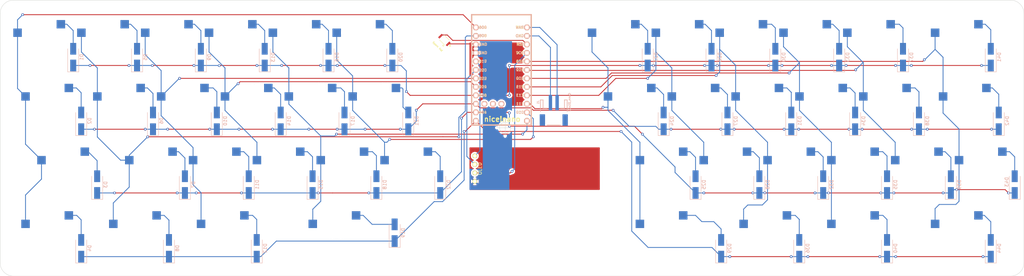
<source format=kicad_pcb>
(kicad_pcb (version 20211014) (generator pcbnew)
  (layers (0 "F.Cu" signal) (31 "B.Cu" signal) (34 "B.Paste" user) (35 "F.Paste" user) (36 "B.SilkS" user "B.Silkscreen") (37 "F.SilkS" user "F.Silkscreen") (38 "B.Mask" user) (39 "F.Mask" user) (44 "Edge.Cuts" user))
  (net 0 "")
  (net 1 "ROW0")
  (net 2 "Net-(D1-Pad2)")
  (net 3 "ROW1")
  (net 4 "Net-(D2-Pad2)")
  (net 5 "ROW2")
  (net 6 "Net-(D3-Pad2)")
  (net 7 "ROW3")
  (net 8 "Net-(D4-Pad2)")
  (net 9 "Net-(D5-Pad2)")
  (net 10 "Net-(D6-Pad2)")
  (net 11 "Net-(D7-Pad2)")
  (net 12 "Net-(D8-Pad2)")
  (net 13 "Net-(D9-Pad2)")
  (net 14 "Net-(D10-Pad2)")
  (net 15 "Net-(D11-Pad2)")
  (net 16 "Net-(D12-Pad2)")
  (net 17 "Net-(D13-Pad2)")
  (net 18 "Net-(D14-Pad2)")
  (net 19 "Net-(D15-Pad2)")
  (net 20 "Net-(D16-Pad2)")
  (net 21 "Net-(D17-Pad2)")
  (net 22 "Net-(D18-Pad2)")
  (net 23 "Net-(D19-Pad2)")
  (net 24 "Net-(D20-Pad2)")
  (net 25 "Net-(D21-Pad2)")
  (net 26 "Net-(D22-Pad2)")
  (net 27 "Net-(D23-Pad2)")
  (net 28 "Net-(D24-Pad2)")
  (net 29 "Net-(D25-Pad2)")
  (net 30 "Net-(D26-Pad2)")
  (net 31 "Net-(D27-Pad2)")
  (net 32 "Net-(D28-Pad2)")
  (net 33 "Net-(D29-Pad2)")
  (net 34 "Net-(D30-Pad2)")
  (net 35 "Net-(D31-Pad2)")
  (net 36 "Net-(D32-Pad2)")
  (net 37 "Net-(D33-Pad2)")
  (net 38 "Net-(D34-Pad2)")
  (net 39 "Net-(D35-Pad2)")
  (net 40 "Net-(D36-Pad2)")
  (net 41 "Net-(D37-Pad2)")
  (net 42 "Net-(D38-Pad2)")
  (net 43 "Net-(D39-Pad2)")
  (net 44 "Net-(D40-Pad2)")
  (net 45 "Net-(D41-Pad2)")
  (net 46 "Net-(D42-Pad2)")
  (net 47 "Net-(D43-Pad2)")
  (net 48 "Net-(D44-Pad2)")
  (net 49 "COL0")
  (net 50 "COL1")
  (net 51 "COL2")
  (net 52 "COL3")
  (net 53 "COL4")
  (net 54 "COL5")
  (net 55 "COL6")
  (net 56 "COL7")
  (net 57 "COL8")
  (net 58 "COL9")
  (net 59 "COL10")
  (net 60 "COL11")
  (net 61 "GND")
  (net 62 "SDA")
  (net 63 "RESET")
  (net 67 "BATT_IN")
  (net 68 "BATT_GND")
  (net 69 "VCC")
  (net 70 "SCL")
  (footprint "MX_Only:MXOnly-1U-Hotswap" (layer "F.Cu") (at 274.6375 146.84375)
    (fp_text reference "MX28")
    (fp_text value "MX-NoLED")
  )
  (footprint "MX_Only:MXOnly-1U-Hotswap" (layer "F.Cu") (at 279.4 108.74375)
    (fp_text reference "MX30")
    (fp_text value "MX-NoLED")
  )
  (footprint "MX_Only:MXOnly-1U-Hotswap" (layer "F.Cu") (at 179.3875 146.84375)
    (fp_text reference "MX22")
    (fp_text value "MX-NoLED")
  )
  (footprint "MX_Only:MXOnly-1U-Hotswap" (layer "F.Cu") (at 260.35 108.74375)
    (fp_text reference "MX26")
    (fp_text value "MX-NoLED")
  )
  (footprint "MX_Only:MXOnly-1.25U-Hotswap" (layer "F.Cu") (at 286.54375 165.89375)
    (fp_text reference "MX36")
    (fp_text value "MX-NoLED")
  )
  (footprint "MX_Only:MXOnly-1U-Hotswap" (layer "F.Cu") (at 350.8375 146.84375)
    (fp_text reference "MX43")
    (fp_text value "MX-NoLED")
  )
  (footprint "MX_Only:MXOnly-1.25U-Hotswap" (layer "F.Cu") (at 72.23125 127.79375)
    (fp_text reference "MX2")
    (fp_text value "MX-NoLED")
  )
  (footprint "MX_Only:MXOnly-1U-Hotswap" (layer "F.Cu") (at 103.1875 146.84375)
    (fp_text reference "MX7")
    (fp_text value "MX-NoLED")
  )
  (footprint "MX_Only:MXOnly-1U-Hotswap" (layer "F.Cu") (at 298.45 108.74375)
    (fp_text reference "MX33")
    (fp_text value "MX-NoLED")
  )
  (footprint "MX_Only:MXOnly-1.75U-Hotswap" (layer "F.Cu") (at 343.69375 165.89375)
    (fp_text reference "MX44")
    (fp_text value "MX-NoLED")
  )
  (footprint "kbd:OLED_v2" (layer "F.Cu") (at 199.23125 146.84375 -90)
    (fp_text reference "OL1")
    (fp_text value "OLED" hide)
  )
  (footprint "MX_Only:MXOnly-1U-Hotswap" (layer "F.Cu") (at 331.7875 146.84375)
    (fp_text reference "MX39")
    (fp_text value "MX-NoLED")
  )
  (footprint "MX_Only:MXOnly-1U-Hotswap" (layer "F.Cu") (at 150.8125 127.79375)
    (fp_text reference "MX17")
    (fp_text value "MX-NoLED")
  )
  (footprint "nice-nano-kicad:nice_nano" (layer "F.Cu") (at 207.16875 118.58625 -90)
    (fp_text reference "U1" hide)
    (fp_text value "nice_nano" hide)
  )
  (footprint "MX_Only:MXOnly-1.75U-Hotswap" (layer "F.Cu") (at 76.99375 146.84375)
    (fp_text reference "MX3")
    (fp_text value "MX-NoLED")
  )
  (footprint "MX_Only:MXOnly-1U-Hotswap" (layer "F.Cu") (at 303.2125 127.79375)
    (fp_text reference "MX34")
    (fp_text value "MX-NoLED")
  )
  (footprint "MX_Only:MXOnly-1U-Hotswap" (layer "F.Cu") (at 69.85 108.74375)
    (fp_text reference "MX1")
    (fp_text value "MX-NoLED")
  )
  (footprint "MX_Only:MXOnly-1U-Hotswap" (layer "F.Cu") (at 293.6875 146.84375)
    (fp_text reference "MX32")
    (fp_text value "MX-NoLED")
  )
  (footprint "MX_Only:MXOnly-1.25U-Hotswap" (layer "F.Cu") (at 72.23125 165.89375)
    (fp_text reference "MX4")
    (fp_text value "MX-NoLED")
  )
  (footprint "MX_Only:MXOnly-1U-Hotswap" (layer "F.Cu") (at 255.5875 146.84375)
    (fp_text reference "MX25")
    (fp_text value "MX-NoLED")
  )
  (footprint "MX_Only:MXOnly-1U-Hotswap" (layer "F.Cu") (at 131.7625 127.79375)
    (fp_text reference "MX14")
    (fp_text value "MX-NoLED")
  )
  (footprint "MX_Only:MXOnly-1U-Hotswap" (layer "F.Cu") (at 88.9 108.74375)
    (fp_text reference "MX5")
    (fp_text value "MX-NoLED")
  )
  (footprint "MX_Only:MXOnly-1U-Hotswap" (layer "F.Cu") (at 322.2625 127.79375)
    (fp_text reference "MX38")
    (fp_text value "MX-NoLED")
  )
  (footprint "MX_Only:MXOnly-1U-Hotswap" (layer "F.Cu") (at 317.5 108.74375)
    (fp_text reference "MX37")
    (fp_text value "MX-NoLED")
  )
  (footprint "MX_Only:MXOnly-1U-Hotswap" (layer "F.Cu") (at 241.3 108.74375)
    (fp_text reference "MX23")
    (fp_text value "MX-NoLED")
  )
  (footprint "MX_Only:MXOnly-1.25U-Hotswap" (layer "F.Cu") (at 124.61875 165.89375)
    (fp_text reference "MX12")
    (fp_text value "MX-NoLED")
  )
  (footprint "MX_Only:MXOnly-1.5U-Hotswap" (layer "F.Cu") (at 98.425 165.89375)
    (fp_text reference "MX8")
    (fp_text value "MX-NoLED")
  )
  (footprint "MX_Only:MXOnly-1U-Hotswap" (layer "F.Cu") (at 141.2875 146.84375)
    (fp_text reference "MX15")
    (fp_text value "MX-NoLED")
  )
  (footprint "MX_Only:MXOnly-1U-Hotswap" (layer "F.Cu") (at 160.3375 146.84375)
    (fp_text reference "MX18")
    (fp_text value "MX-NoLED")
  )
  (footprint "MX_Only:MXOnly-1U-Hotswap" (layer "F.Cu") (at 169.8625 127.79375)
    (fp_text reference "MX21")
    (fp_text value "MX-NoLED")
  )
  (footprint "MX_Only:MXOnly-1U-Hotswap" (layer "F.Cu") (at 265.1125 127.79375)
    (fp_text reference "MX27")
    (fp_text value "MX-NoLED")
  )
  (footprint "MX_Only:MXOnly-1U-Hotswap" (layer "F.Cu") (at 127 108.74375)
    (fp_text reference "MX13")
    (fp_text value "MX-NoLED")
  )
  (footprint "switches:SW_EVP-AWBD2A" (layer "F.Cu") (at 190.150951 108.388451 135)
    (fp_text reference "S1")
    (fp_text value "EVP-AWBD2A")
  )
  (footprint "MX_Only:MXOnly-2.25U-Hotswap" (layer "F.Cu") (at 157.95625 165.89375)
    (fp_text reference "MX19")
    (fp_text value "MX-NoLED")
  )
  (footprint "MX_Only:MXOnly-1.5U-Hotswap" (layer "F.Cu") (at 312.7375 165.89375)
    (fp_text reference "MX40")
    (fp_text value "MX-NoLED")
  )
  (footprint "MX_Only:MXOnly-1U-Hotswap" (layer "F.Cu") (at 122.2375 146.84375)
    (fp_text reference "MX11")
    (fp_text value "MX-NoLED")
  )
  (footprint "MX_Only:MXOnly-1U-Hotswap" (layer "F.Cu") (at 246.0625 127.79375)
    (fp_text reference "MX24")
    (fp_text value "MX-NoLED")
  )
  (footprint "MX_Only:MXOnly-1.5U-Hotswap" (layer "F.Cu") (at 346.075 127.79375)
    (fp_text reference "MX42")
    (fp_text value "MX-NoLED")
  )
  (footprint "MX_Only:MXOnly-1U-Hotswap" (layer "F.Cu") (at 112.7125 127.79375)
    (fp_text reference "MX10")
    (fp_text value "MX-NoLED")
  )
  (footprint "MX_Only:MXOnly-1U-Hotswap" (layer "F.Cu") (at 146.05 108.74375)
    (fp_text reference "MX16")
    (fp_text value "MX-NoLED")
  )
  (footprint "MX_Only:MXOnly-1U-Hotswap" (layer "F.Cu") (at 93.6625 127.79375)
    (fp_text reference "MX6")
    (fp_text value "MX-NoLED")
  )
  (footprint "MX_Only:MXOnly-1U-Hotswap" (layer "F.Cu") (at 165.1 108.74375)
    (fp_text reference "MX20")
    (fp_text value "MX-NoLED")
  )
  (footprint "MX_Only:MXOnly-1U-Hotswap" (layer "F.Cu") (at 255.5875 165.89375)
    (fp_text reference "MX29")
    (fp_text value "MX-NoLED")
  )
  (footprint "MX_Only:MXOnly-1U-Hotswap" (layer "F.Cu") (at 107.95 108.74375)
    (fp_text reference "MX9")
    (fp_text value "MX-NoLED")
  )
  (footprint "MX_Only:MXOnly-1U-Hotswap" (layer "F.Cu") (at 312.7375 146.84375)
    (fp_text reference "MX35")
    (fp_text value "MX-NoLED")
  )
  (footprint "MX_Only:MXOnly-1U-Hotswap" (layer "F.Cu") (at 284.1625 127.79375)
    (fp_text reference "MX31")
    (fp_text value "MX-NoLED")
  )
  (footprint "MX_Only:MXOnly-1.75U-Hotswap" (layer "F.Cu") (at 343.69375 108.74375)
    (fp_text reference "MX41")
    (fp_text value "MX-NoLED")
  )
  (footprint "Diode_SMD:D_SMA_Handsoldering" (layer "B.Cu") (at 274.6375 132.55625 90)
    (fp_text reference "D27")
    (fp_text value "D_Small")
  )
  (footprint "Diode_SMD:D_SMA_Handsoldering" (layer "B.Cu") (at 175.3 166 90)
    (fp_text reference "D19")
    (fp_text value "D_Small")
  )
  (footprint "Diode_SMD:D_SMA_Handsoldering" (layer "B.Cu") (at 122.2375 132.55625 90)
    (fp_text reference "D10")
    (fp_text value "D_Small")
  )
  (footprint "Diode_SMD:D_SMA_Handsoldering" (layer "B.Cu") (at 250.825 113.50625 90)
    (fp_text reference "D23")
    (fp_text value "D_Small")
  )
  (footprint "Diode_SMD:D_SMA_Handsoldering" (layer "B.Cu") (at 103.1875 132.55625 90)
    (fp_text reference "D6")
    (fp_text value "D_Small")
  )
  (footprint "Diode_SMD:D_SMA_Handsoldering" (layer "B.Cu") (at 81.75625 170.65625 90)
    (fp_text reference "D4")
    (fp_text value "D_Small")
  )
  (footprint "Diode_SMD:D_SMA_Handsoldering" (layer "B.Cu") (at 179.3875 132.55625 90)
    (fp_text reference "D21")
    (fp_text value "D_Small")
  )
  (footprint "Diode_SMD:D_SMA_Handsoldering" (layer "B.Cu") (at 293.6875 132.55625 90)
    (fp_text reference "D31")
    (fp_text value "D_Small")
  )
  (footprint "Diode_SMD:D_SMA_Handsoldering" (layer "B.Cu") (at 322.2625 170.65625 90)
    (fp_text reference "D40")
    (fp_text value "D_Small")
  )
  (footprint "Diode_SMD:D_SMA_Handsoldering" (layer "B.Cu") (at 255.5875 132.55625 90)
    (fp_text reference "D24")
    (fp_text value "D_Small")
  )
  (footprint "Diode_SMD:D_SMA_Handsoldering" (layer "B.Cu") (at 341.3125 151.60625 90)
    (fp_text reference "D39")
    (fp_text value "D_Small")
  )
  (footprint "Diode_SMD:D_SMA_Handsoldering" (layer "B.Cu") (at 131.7625 151.60625 90)
    (fp_text reference "D11")
    (fp_text value "D_Small")
  )
  (footprint "Diode_SMD:D_SMA_Handsoldering" (layer "B.Cu") (at 327.025 113.50625 90)
    (fp_text reference "D37")
    (fp_text value "D_Small")
  )
  (footprint "Diode_SMD:D_SMA_Handsoldering" (layer "B.Cu") (at 322.2625 151.60625 90)
    (fp_text reference "D35")
    (fp_text value "D_Small")
  )
  (footprint "Diode_SMD:D_SMA_Handsoldering" (layer "B.Cu") (at 331.7875 132.55625 90)
    (fp_text reference "D38")
    (fp_text value "D_Small")
  )
  (footprint "Diode_SMD:D_SMA_Handsoldering" (layer "B.Cu") (at 353.21875 170.65625 90)
    (fp_text reference "D44")
    (fp_text value "D_Small")
  )
  (footprint "Diode_SMD:D_SMA_Handsoldering" (layer "B.Cu") (at 269.875 113.50625 90)
    (fp_text reference "D26")
    (fp_text value "D_Small")
  )
  (footprint "Diode_SMD:D_SMA_Handsoldering" (layer "B.Cu") (at 188.9125 151.60625 90)
    (fp_text reference "D22")
    (fp_text value "D_Small")
  )
  (footprint "Diode_SMD:D_SMA_Handsoldering" (layer "B.Cu") (at 136.525 113.50625 90)
    (fp_text reference "D13")
    (fp_text value "D_Small")
  )
  (footprint "Diode_SMD:D_SMA_Handsoldering" (layer "B.Cu") (at 98.425 113.50625 90)
    (fp_text reference "D5")
    (fp_text value "D_Small")
  )
  (footprint "Diode_SMD:D_SMA_Handsoldering" (layer "B.Cu") (at 117.475 113.50625 90)
    (fp_text reference "D9")
    (fp_text value "D_Small")
  )
  (footprint "Diode_SMD:D_SMA_Handsoldering" (layer "B.Cu") (at 355.6 132.55625 90)
    (fp_text reference "D42")
    (fp_text value "D_Small")
  )
  (footprint "Diode_SMD:D_SMA_Handsoldering" (layer "B.Cu") (at 155.575 113.50625 90)
    (fp_text reference "D16")
    (fp_text value "D_Small")
  )
  (footprint "Diode_SMD:D_SMA_Handsoldering" (layer "B.Cu") (at 353.21875 113.50625 90)
    (fp_text reference "D41")
    (fp_text value "D_Small")
  )
  (footprint "Diode_SMD:D_SMA_Handsoldering" (layer "B.Cu") (at 272.75 170.65 90)
    (fp_text reference "D29")
    (fp_text value "D_Small")
  )
  (footprint "Diode_SMD:D_SMA_Handsoldering" (layer "B.Cu") (at 134.14375 170.65625 90)
    (fp_text reference "D12")
    (fp_text value "D_Small")
  )
  (footprint "Connectors:JST-2-SMD" (layer "B.Cu") (at 222.8 130.8)
    (fp_text reference "J1")
    (fp_text value "Conn_01x02")
  )
  (footprint "Diode_SMD:D_SMA_Handsoldering" (layer "B.Cu") (at 296.06875 170.65625 90)
    (fp_text reference "D36")
    (fp_text value "D_Small")
  )
  (footprint "Diode_SMD:D_SMA_Handsoldering" (layer "B.Cu") (at 81.75625 132.55625 90)
    (fp_text reference "D2")
    (fp_text value "D_Small")
  )
  (footprint "Diode_SMD:D_SMA_Handsoldering" (layer "B.Cu") (at 150.8125 151.60625 90)
    (fp_text reference "D15")
    (fp_text value "D_Small")
  )
  (footprint "Diode_SMD:D_SMA_Handsoldering" (layer "B.Cu") (at 86.51875 151.60625 90)
    (fp_text reference "D3")
    (fp_text value "D_Small")
  )
  (footprint "Diode_SMD:D_SMA_Handsoldering" (layer "B.Cu") (at 141.2875 132.55625 90)
    (fp_text reference "D14")
    (fp_text value "D_Small")
  )
  (footprint "Diode_SMD:D_SMA_Handsoldering" (layer "B.Cu") (at 174.625 113.50625 90)
    (fp_text reference "D20")
    (fp_text value "D_Small")
  )
  (footprint "Diode_SMD:D_SMA_Handsoldering" (layer "B.Cu") (at 288.925 113.50625 90)
    (fp_text reference "D30")
    (fp_text value "D_Small")
  )
  (footprint "Diode_SMD:D_SMA_Handsoldering" (layer "B.Cu") (at 112.7125 151.60625 90)
    (fp_text reference "D7")
    (fp_text value "D_Small")
  )
  (footprint "Diode_SMD:D_SMA_Handsoldering" (layer "B.Cu") (at 265.1125 151.60625 90)
    (fp_text reference "D25")
    (fp_text value "D_Small")
  )
  (footprint "Diode_SMD:D_SMA_Handsoldering" (layer "B.Cu") (at 303.2125 151.60625 90)
    (fp_text reference "D32")
    (fp_text value "D_Small")
  )
  (footprint "Diode_SMD:D_SMA_Handsoldering" (layer "B.Cu") (at 360.3625 151.60625 90)
    (fp_text reference "D43")
    (fp_text value "D_Small")
  )
  (footprint "Diode_SMD:D_SMA_Handsoldering" (layer "B.Cu") (at 284.1625 151.60625 90)
    (fp_text reference "D28")
    (fp_text value "D_Small")
  )
  (footprint "Diode_SMD:D_SMA_Handsoldering" (layer "B.Cu") (at 107.95 170.65625 90)
    (fp_text reference "D8")
    (fp_text value "D_Small")
  )
  (footprint "Diode_SMD:D_SMA_Handsoldering" (layer "B.Cu") (at 160.3375 132.55625 90)
    (fp_text reference "D17")
    (fp_text value "D_Small")
  )
  (footprint "Diode_SMD:D_SMA_Handsoldering" (layer "B.Cu") (at 169.8625 151.60625 90)
    (fp_text reference "D18")
    (fp_text value "D_Small")
  )
  (footprint "Diode_SMD:D_SMA_Handsoldering" (layer "B.Cu") (at 307.975 113.50625 90)
    (fp_text reference "D33")
    (fp_text value "D_Small")
  )
  (footprint "Diode_SMD:D_SMA_Handsoldering" (layer "B.Cu") (at 312.7375 132.55625 90)
    (fp_text reference "D34")
    (fp_text value "D_Small")
  )
  (footprint "Diode_SMD:D_SMA_Handsoldering" (layer "B.Cu") (at 79.375 113.50625 90)
    (fp_text reference "D1")
    (fp_text value "D_Small")
  )
  (gr_arc (start 57.575052 100.437544) (mid 58.737504 97.63125) (end 61.543802 96.468794) (layer "Edge.Cuts") (width 0.1))
  (gr_arc (start 363.112438 174.993702) (mid 361.949987 177.799997) (end 359.143688 178.962452) (layer "Edge.Cuts") (width 0.1))
  (gr_arc (start 359.143695 96.468795) (mid 361.949997 97.631243) (end 363.112445 100.437545) (layer "Edge.Cuts") (width 0.1))
  (gr_line (start 359.143695 96.468795) (end 61.543802 96.468794) (layer "Edge.Cuts") (width 0.1))
  (gr_line (start 57.575052 100.437544) (end 57.575045 174.993701) (layer "Edge.Cuts") (width 0.1))
  (gr_arc (start 61.543795 178.962451) (mid 58.7375 177.8) (end 57.575045 174.993701) (layer "Edge.Cuts") (width 0.1))
  (gr_line (start 363.112438 174.993702) (end 363.112445 100.437545) (layer "Edge.Cuts") (width 0.1))
  (gr_line (start 61.543795 178.962451) (end 359.143688 178.962452) (layer "Edge.Cuts") (width 0.1))
  (gr_text "Spank Me!" (at 188.11875 110.33125 315) (layer "F.SilkS") (effects (font (size 0.5 0.5) (thickness 0.125))))
  (target plus (at 208.28 134.62) (size 5) (width 0.1) (layer "Edge.Cuts"))
  (segment (start 324.8 116) (end 310.05 116) (width 0.25) (layer "F.Cu") (net 1))
  (segment (start 248.5 116) (end 209.55 116) (width 0.25) (layer "F.Cu") (net 1))
  (segment (start 84.4 116) (end 96 116) (width 0.25) (layer "F.Cu") (net 1))
  (segment (start 267.8 116) (end 252.5405 116) (width 0.25) (layer "F.Cu") (net 1))
  (segment (start 158.2 116) (end 172.4 116) (width 0.25) (layer "F.Cu") (net 1))
  (segment (start 209.55 124.9) (end 209.51375 124.93625) (width 0.25) (layer "F.Cu") (net 1))
  (segment (start 209.51375 124.93625) (end 199.54875 124.93625) (width 0.25) (layer "F.Cu") (net 1))
  (segment (start 141.6 116) (end 153.2 116) (width 0.25) (layer "F.Cu") (net 1))
  (segment (start 179.93625 124.93625) (end 199.54875 124.93625) (width 0.25) (layer "F.Cu") (net 1))
  (segment (start 122.956451 116.043549) (end 123 116) (width 0.25) (layer "F.Cu") (net 1))
  (segment (start 178.8 123.8) (end 179.93625 124.93625) (width 0.25) (layer "F.Cu") (net 1))
  (segment (start 103 116) (end 115.4 116) (width 0.25) (layer "F.Cu") (net 1))
  (segment (start 123 116) (end 134.2 116) (width 0.25) (layer "F.Cu") (net 1))
  (segment (start 350.475 116) (end 329.525 116) (width 0.25) (layer "F.Cu") (net 1))
  (segment (start 286.9 116) (end 271.5905 116) (width 0.25) (layer "F.Cu") (net 1))
  (segment (start 305.7 116) (end 290.9 116) (width 0.25) (layer "F.Cu") (net 1))
  (via (at 178.8 123.8) (size 0.8) (drill 0.4) (layers "F.Cu" "B.Cu") (net 1))
  (via (at 305.7 116) (size 0.8) (drill 0.4) (layers "F.Cu" "B.Cu") (net 1))
  (via (at 153.2 116) (size 0.8) (drill 0.4) (layers "F.Cu" "B.Cu") (net 1))
  (via (at 103 116) (size 0.8) (drill 0.4) (layers "F.Cu" "B.Cu") (net 1))
  (via (at 329.525 116) (size 0.8) (drill 0.4) (layers "F.Cu" "B.Cu") (net 1))
  (via (at 96 116) (size 0.8) (drill 0.4) (layers "F.Cu" "B.Cu") (net 1))
  (via (at 271.5905 116) (size 0.8) (drill 0.4) (layers "F.Cu" "B.Cu") (net 1))
  (via (at 290.9 116) (size 0.8) (drill 0.4) (layers "F.Cu" "B.Cu") (net 1))
  (via (at 267.8 116) (size 0.8) (drill 0.4) (layers "F.Cu" "B.Cu") (net 1))
  (via (at 286.9 116) (size 0.8) (drill 0.4) (layers "F.Cu" "B.Cu") (net 1))
  (via (at 209.55 116) (size 0.8) (drill 0.4) (layers "F.Cu" "B.Cu") (net 1))
  (via (at 141.6 116) (size 0.8) (drill 0.4) (layers "F.Cu" "B.Cu") (net 1))
  (via (at 158.2 116) (size 0.8) (drill 0.4) (layers "F.Cu" "B.Cu") (net 1))
  (via (at 209.55 124.9) (size 0.8) (drill 0.4) (layers "F.Cu" "B.Cu") (net 1))
  (via (at 248.5 116) (size 0.8) (drill 0.4) (layers "F.Cu" "B.Cu") (net 1))
  (via (at 324.8 116) (size 0.8) (drill 0.4) (layers "F.Cu" "B.Cu") (net 1))
  (via (at 252.5405 116) (size 0.8) (drill 0.4) (layers "F.Cu" "B.Cu") (net 1))
  (via (at 115.4 116) (size 0.8) (drill 0.4) (layers "F.Cu" "B.Cu") (net 1))
  (via (at 122.956451 116.043549) (size 0.8) (drill 0.4) (layers "F.Cu" "B.Cu") (net 1))
  (via (at 172.4 116) (size 0.8) (drill 0.4) (layers "F.Cu" "B.Cu") (net 1))
  (via (at 350.475 116) (size 0.8) (drill 0.4) (layers "F.Cu" "B.Cu") (net 1))
  (via (at 84.4 116) (size 0.8) (drill 0.4) (layers "F.Cu" "B.Cu") (net 1))
  (via (at 134.2 116) (size 0.8) (drill 0.4) (layers "F.Cu" "B.Cu") (net 1))
  (via (at 310.05 116) (size 0.8) (drill 0.4) (layers "F.Cu" "B.Cu") (net 1))
  (segment (start 153.2 116) (end 155.56875 116) (width 0.25) (layer "B.Cu") (net 1))
  (segment (start 288.93125 116) (end 288.925 116.00625) (width 0.25) (layer "B.Cu") (net 1))
  (segment (start 84.39375 116.00625) (end 84.4 116) (width 0.25) (layer "B.Cu") (net 1))
  (segment (start 248.50625 116.00625) (end 248.5 116) (width 0.25) (layer "B.Cu") (net 1))
  (segment (start 271.5905 116) (end 269.88125 116) (width 0.25) (layer "B.Cu") (net 1))
  (segment (start 174.625 116.00625) (end 177.19375 116.00625) (width 0.25) (layer "B.Cu") (net 1))
  (segment (start 96 116) (end 98.41875 116) (width 0.25) (layer "B.Cu") (net 1))
  (segment (start 102.99375 116.00625) (end 103 116) (width 0.25) (layer "B.Cu") (net 1))
  (segment (start 209.55 116) (end 209.55 124.9) (width 0.25) (layer "B.Cu") (net 1))
  (segment (start 155.575 116.00625) (end 158.19375 116.00625) (width 0.25) (layer "B.Cu") (net 1))
  (segment (start 117.46875 116) (end 117.475 116.00625) (width 0.25) (layer "B.Cu") (net 1))
  (segment (start 327.025 116.00625) (end 324.80625 116.00625) (width 0.25) (layer "B.Cu") (net 1))
  (segment (start 136.51875 116) (end 136.525 116.00625) (width 0.25) (layer "B.Cu") (net 1))
  (segment (start 155.56875 116) (end 155.575 116.00625) (width 0.25) (layer "B.Cu") (net 1))
  (segment (start 250.83125 116) (end 250.825 116.00625) (width 0.25) (layer "B.Cu") (net 1))
  (segment (start 174.61875 116) (end 174.625 116.00625) (width 0.25) (layer "B.Cu") (net 1))
  (segment (start 172.4 116) (end 174.61875 116) (width 0.25) (layer "B.Cu") (net 1))
  (segment (start 122.919152 116.00625) (end 122.956451 116.043549) (width 0.25) (layer "B.Cu") (net 1))
  (segment (start 177.19375 116.00625) (end 178.8 117.6125) (width 0.25) (layer "B.Cu") (net 1))
  (segment (start 178.8 117.6125) (end 178.8 123.8) (width 0.25) (layer "B.Cu") (net 1))
  (segment (start 307.975 116.00625) (end 305.70625 116.00625) (width 0.25) (layer "B.Cu") (net 1))
  (segment (start 286.90625 116.00625) (end 286.9 116) (width 0.25) (layer "B.Cu") (net 1))
  (segment (start 250.825 116.00625) (end 248.50625 116.00625) (width 0.25) (layer "B.Cu") (net 1))
  (segment (start 329.51875 116.00625) (end 327.025 116.00625) (width 0.25) (layer "B.Cu") (net 1))
  (segment (start 79.375 116.00625) (end 84.39375 116.00625) (width 0.25) (layer "B.Cu") (net 1))
  (segment (start 141.59375 116.00625) (end 141.6 116) (width 0.25) (layer "B.Cu") (net 1))
  (segment (start 252.5405 116) (end 250.83125 116) (width 0.25) (layer "B.Cu") (net 1))
  (segment (start 324.80625 116.00625) (end 324.8 116) (width 0.25) (layer "B.Cu") (net 1))
  (segment (start 98.41875 116) (end 98.425 116.00625) (width 0.25) (layer "B.Cu") (net 1))
  (segment (start 350.48125 116.00625) (end 350.475 116) (width 0.25) (layer "B.Cu") (net 1))
  (segment (start 269.88125 116) (end 269.875 116.00625) (width 0.25) (layer "B.Cu") (net 1))
  (segment (start 134.2 116) (end 136.51875 116) (width 0.25) (layer "B.Cu") (net 1))
  (segment (start 269.875 116.00625) (end 267.80625 116.00625) (width 0.25) (layer "B.Cu") (net 1))
  (segment (start 353.21875 116.00625) (end 350.48125 116.00625) (width 0.25) (layer "B.Cu") (net 1))
  (segment (start 98.425 116.00625) (end 102.99375 116.00625) (width 0.25) (layer "B.Cu") (net 1))
  (segment (start 136.525 116.00625) (end 141.59375 116.00625) (width 0.25) (layer "B.Cu") (net 1))
  (segment (start 307.98125 116) (end 307.975 116.00625) (width 0.25) (layer "B.Cu") (net 1))
  (segment (start 310.05 116) (end 307.98125 116) (width 0.25) (layer "B.Cu") (net 1))
  (segment (start 288.925 116.00625) (end 286.90625 116.00625) (width 0.25) (layer "B.Cu") (net 1))
  (segment (start 115.4 116) (end 117.46875 116) (width 0.25) (layer "B.Cu") (net 1))
  (segment (start 305.70625 116.00625) (end 305.7 116) (width 0.25) (layer "B.Cu") (net 1))
  (segment (start 158.19375 116.00625) (end 158.2 116) (width 0.25) (layer "B.Cu") (net 1))
  (segment (start 290.9 116) (end 288.93125 116) (width 0.25) (layer "B.Cu") (net 1))
  (segment (start 267.80625 116.00625) (end 267.8 116) (width 0.25) (layer "B.Cu") (net 1))
  (segment (start 117.475 116.00625) (end 122.919152 116.00625) (width 0.25) (layer "B.Cu") (net 1))
  (segment (start 329.525 116) (end 329.51875 116.00625) (width 0.25) (layer "B.Cu") (net 1))
  (segment (start 77.47 103.66375) (end 79.375 105.56875) (width 0.25) (layer "B.Cu") (net 2))
  (segment (start 79.375 105.56875) (end 79.375 111.00625) (width 0.25) (layer "B.Cu") (net 2))
  (segment (start 75.692 103.66375) (end 77.47 103.66375) (width 0.25) (layer "B.Cu") (net 2))
  (segment (start 85.725 135.05) (end 100.875 135.05) (width 0.25) (layer "F.Cu") (net 3))
  (segment (start 272.65 135.05) (end 257.8 135.05) (width 0.25) (layer "F.Cu") (net 3))
  (segment (start 199.54875 127.47625) (end 200.749561 128.677061) (width 0.25) (layer "F.Cu") (net 3))
  (segment (start 107.55 135.05) (end 120.1 135.05) (width 0.25) (layer "F.Cu") (net 3))
  (segment (start 353.45 135.05) (end 334.3 135.05) (width 0.25) (layer "F.Cu") (net 3))
  (segment (start 166.5 135.05) (end 177 135.05) (width 0.25) (layer "F.Cu") (net 3))
  (segment (start 329.6 135.05) (end 314.85 135.05) (width 0.25) (layer "F.Cu") (net 3))
  (segment (start 310.9 135.05) (end 295.9 135.05) (width 0.25) (layer "F.Cu") (net 3))
  (segment (start 200.749561 128.677061) (end 215.989561 128.677061) (width 0.25) (layer "F.Cu") (net 3))
  (segment (start 215.989561 128.677061) (end 216.69375 129.38125) (width 0.25) (layer "F.Cu") (net 3))
  (segment (start 181.76875 129.38125) (end 183.67375 127.47625) (width 0.25) (layer "F.Cu") (net 3))
  (segment (start 291.55 135.05) (end 276.65 135.05) (width 0.25) (layer "F.Cu") (net 3))
  (segment (start 149.7 135.05) (end 158.15 135.05) (width 0.25) (layer "F.Cu") (net 3))
  (segment (start 183.67375 127.47625) (end 199.54875 127.47625) (width 0.25) (layer "F.Cu") (net 3))
  (segment (start 128.85 135.05) (end 138.85 135.05) (width 0.25) (layer "F.Cu") (net 3))
  (segment (start 216.69375 129.38125) (end 240.50625 129.38125) (width 0.25) (layer "F.Cu") (net 3))
  (via (at 310.9 135.05) (size 0.8) (drill 0.4) (layers "F.Cu" "B.Cu") (net 3))
  (via (at 138.85 135.05) (size 0.8) (drill 0.4) (layers "F.Cu" "B.Cu") (net 3))
  (via (at 181.76875 129.38125) (size 0.8) (drill 0.4) (layers "F.Cu" "B.Cu") (net 3))
  (via (at 329.6 135.05) (size 0.8) (drill 0.4) (layers "F.Cu" "B.Cu") (net 3))
  (via (at 128.85 135.05) (size 0.8) (drill 0.4) (layers "F.Cu" "B.Cu") (net 3))
  (via (at 166.5 135.05) (size 0.8) (drill 0.4) (layers "F.Cu" "B.Cu") (net 3))
  (via (at 291.55 135.05) (size 0.8) (drill 0.4) (layers "F.Cu" "B.Cu") (net 3))
  (via (at 85.725 135.05) (size 0.8) (drill 0.4) (layers "F.Cu" "B.Cu") (net 3))
  (via (at 257.8 135.05) (size 0.8) (drill 0.4) (layers "F.Cu" "B.Cu") (net 3))
  (via (at 158.15 135.05) (size 0.8) (drill 0.4) (layers "F.Cu" "B.Cu") (net 3))
  (via (at 149.7 135.05) (size 0.8) (drill 0.4) (layers "F.Cu" "B.Cu") (net 3))
  (via (at 276.65 135.05) (size 0.8) (drill 0.4) (layers "F.Cu" "B.Cu") (net 3))
  (via (at 240.50625 129.38125) (size 0.8) (drill 0.4) (layers "F.Cu" "B.Cu") (net 3))
  (via (at 295.9 135.05) (size 0.8) (drill 0.4) (layers "F.Cu" "B.Cu") (net 3))
  (via (at 100.875 135.05) (size 0.8) (drill 0.4) (layers "F.Cu" "B.Cu") (net 3))
  (via (at 314.85 135.05) (size 0.8) (drill 0.4) (layers "F.Cu" "B.Cu") (net 3))
  (via (at 177 135.05) (size 0.8) (drill 0.4) (layers "F.Cu" "B.Cu") (net 3))
  (via (at 120.1 135.05) (size 0.8) (drill 0.4) (layers "F.Cu" "B.Cu") (net 3))
  (via (at 272.65 135.05) (size 0.8) (drill 0.4) (layers "F.Cu" "B.Cu") (net 3))
  (via (at 353.45 135.05) (size 0.8) (drill 0.4) (layers "F.Cu" "B.Cu") (net 3))
  (via (at 334.3 135.05) (size 0.8) (drill 0.4) (layers "F.Cu" "B.Cu") (net 3))
  (via (at 107.55 135.05) (size 0.8) (drill 0.4) (layers "F.Cu" "B.Cu") (net 3))
  (segment (start 272.65625 135.05625) (end 272.65 135.05) (width 0.25) (layer "B.Cu") (net 3))
  (segment (start 138.85 135.05) (end 141.28125 135.05) (width 0.25) (layer "B.Cu") (net 3))
  (segment (start 122.23125 135.05) (end 122.2375 135.05625) (width 0.25) (layer "B.Cu") (net 3))
  (segment (start 274.64375 135.05) (end 274.6375 135.05625) (width 0.25) (layer "B.Cu") (net 3))
  (segment (start 181.76875 132.675) (end 181.76875 129.38125) (width 0.25) (layer "B.Cu") (net 3))
  (segment (start 100.875 135.05) (end 103.18125 135.05) (width 0.25) (layer "B.Cu") (net 3))
  (segment (start 103.18125 135.05) (end 103.1875 135.05625) (width 0.25) (layer "B.Cu") (net 3))
  (segment (start 331.7875 135.05625) (end 329.60625 135.05625) (width 0.25) (layer "B.Cu") (net 3))
  (segment (start 293.69375 135.05) (end 293.6875 135.05625) (width 0.25) (layer "B.Cu") (net 3))
  (segment (start 355.6 135.05625) (end 353.45625 135.05625) (width 0.25) (layer "B.Cu") (net 3))
  (segment (start 329.60625 135.05625) (end 329.6 135.05) (width 0.25) (layer "B.Cu") (net 3))
  (segment (start 274.6375 135.05625) (end 272.65625 135.05625) (width 0.25) (layer "B.Cu") (net 3))
  (segment (start 334.3 135.05) (end 334.29375 135.05625) (width 0.25) (layer "B.Cu") (net 3))
  (segment (start 179.38125 135.05) (end 179.3875 135.05625) (width 0.25) (layer "B.Cu") (net 3))
  (segment (start 295.9 135.05) (end 293.69375 135.05) (width 0.25) (layer "B.Cu") (net 3))
  (segment (start 141.28125 135.05) (end 141.2875 135.05625) (width 0.25) (layer "B.Cu") (net 3))
  (segment (start 179.3875 135.05625) (end 181.76875 132.675) (width 0.25) (layer "B.Cu") (net 3))
  (segment (start 257.8 135.05) (end 255.59375 135.05) (width 0.25) (layer "B.Cu") (net 3))
  (segment (start 312.7375 135.05625) (end 310.90625 135.05625) (width 0.25) (layer "B.Cu") (net 3))
  (segment (start 120.1 135.05) (end 122.23125 135.05) (width 0.25) (layer "B.Cu") (net 3))
  (segment (start 255.59375 135.05) (end 255.5875 135.05625) (width 0.25) (layer "B.Cu") (net 3))
  (segment (start 177 135.05) (end 179.38125 135.05) (width 0.25) (layer "B.Cu") (net 3))
  (segment (start 312.74375 135.05) (end 312.7375 135.05625) (width 0.25) (layer "B.Cu") (net 3))
  (segment (start 245.33125 134.20625) (end 253.26875 134.20625) (width 0.25) (layer "B.Cu") (net 3))
  (segment (start 158.15 135.05) (end 160.33125 135.05) (width 0.25) (layer "B.Cu") (net 3))
  (segment (start 253.26875 134.20625) (end 254.11875 135.05625) (width 0.25) (layer "B.Cu") (net 3))
  (segment (start 334.29375 135.05625) (end 331.7875 135.05625) (width 0.25) (layer "B.Cu") (net 3))
  (segment (start 85.71875 135.05625) (end 85.725 135.05) (width 0.25) (layer "B.Cu") (net 3))
  (segment (start 149.69375 135.05625) (end 149.7 135.05) (width 0.25) (layer "B.Cu") (net 3))
  (segment (start 293.6875 135.05625) (end 291.55625 135.05625) (width 0.25) (layer "B.Cu") (net 3))
  (segment (start 254.11875 135.05625) (end 255.5875 135.05625) (width 0.25) (layer "B.Cu") (net 3))
  (segment (start 128.84375 135.05625) (end 128.85 135.05) (width 0.25) (layer "B.Cu") (net 3))
  (segment (start 107.54375 135.05625) (end 107.55 135.05) (width 0.25) (layer "B.Cu") (net 3))
  (segment (start 166.49375 135.05625) (end 166.5 135.05) (width 0.25) (layer "B.Cu") (net 3))
  (segment (start 240.50625 129.38125) (end 245.33125 134.20625) (width 0.25) (layer "B.Cu") (net 3))
  (segment (start 310.90625 135.05625) (end 310.9 135.05) (width 0.25) (layer "B.Cu") (net 3))
  (segment (start 353.45625 135.05625) (end 353.45 135.05) (width 0.25) (layer "B.Cu") (net 3))
  (segment (start 314.85 135.05) (end 312.74375 135.05) (width 0.25) (layer "B.Cu") (net 3))
  (segment (start 122.2375 135.05625) (end 128.84375 135.05625) (width 0.25) (layer "B.Cu") (net 3))
  (segment (start 291.55625 135.05625) (end 291.55 135.05) (width 0.25) (layer "B.Cu") (net 3))
  (segment (start 160.3375 135.05625) (end 166.49375 135.05625) (width 0.25) (layer "B.Cu") (net 3))
  (segment (start 103.1875 135.05625) (end 107.54375 135.05625) (width 0.25) (layer "B.Cu") (net 3))
  (segment (start 276.65 135.05) (end 274.64375 135.05) (width 0.25) (layer "B.Cu") (net 3))
  (segment (start 81.75625 135.05625) (end 85.71875 135.05625) (width 0.25) (layer "B.Cu") (net 3))
  (segment (start 160.33125 135.05) (end 160.3375 135.05625) (width 0.25) (layer "B.Cu") (net 3))
  (segment (start 141.2875 135.05625) (end 149.69375 135.05625) (width 0.25) (layer "B.Cu") (net 3))
  (segment (start 80.31375 122.71375) (end 81.75625 124.15625) (width 0.25) (layer "B.Cu") (net 4))
  (segment (start 78.07325 122.71375) (end 80.31375 122.71375) (width 0.25) (layer "B.Cu") (net 4))
  (segment (start 81.75625 124.15625) (end 81.75625 130.05625) (width 0.25) (layer "B.Cu") (net 4))
  (segment (start 156.8 154.1) (end 167.6 154.1) (width 0.25) (layer "F.Cu") (net 5))
  (segment (start 320.4 154.1) (end 304.8 154.1) (width 0.25) (layer "F.Cu") (net 5))
  (segment (start 209.39125 130.01625) (end 199.54875 130.01625) (width 0.25) (layer "F.Cu") (net 5))
  (segment (start 358.5 154.1) (end 357.5 153.1) (width 0.25) (layer "F.Cu") (net 5))
  (segment (start 197.00875 130.01625) (end 199.54875 130.01625) (width 0.25) (layer "F.Cu") (net 5))
  (segment (start 152.5 154.1) (end 156.8 154.1) (width 0.25) (layer "F.Cu") (net 5))
  (segment (start 300.75 154.1) (end 285.85 154.1) (width 0.25) (layer "F.Cu") (net 5))
  (segment (start 195.2625 131.7625) (end 197.00875 130.01625) (width 0.25) (layer "F.Cu") (net 5))
  (segment (start 357.5 153.1) (end 343.028 153.1) (width 0.25) (layer "F.Cu") (net 5))
  (segment (start 91.7 154.1) (end 110.4 154.1) (width 0.25) (layer "F.Cu") (net 5))
  (segment (start 249.2375 136.525) (end 246.85625 134.14375) (width 0.25) (layer "F.Cu") (net 5))
  (segment (start 116.1 154.1) (end 129.6 154.1) (width 0.25) (layer "F.Cu") (net 5))
  (segment (start 282.2 154.1) (end 267.6 154.1) (width 0.25) (layer "F.Cu") (net 5))
  (segment (start 246.85625 134.14375) (end 209.55 134.14375) (width 0.25) (layer "F.Cu") (net 5))
  (segment (start 209.55 130.175) (end 209.39125 130.01625) (width 0.25) (layer "F.Cu") (net 5))
  (segment (start 339 154.1) (end 324.3 154.1) (width 0.25) (layer "F.Cu") (net 5))
  (segment (start 285.85 154.1) (end 285.8 154.05) (width 0.25) (layer "F.Cu") (net 5))
  (via (at 320.4 154.1) (size 0.8) (drill 0.4) (layers "F.Cu" "B.Cu") (net 5))
  (via (at 91.7 154.1) (size 0.8) (drill 0.4) (layers "F.Cu" "B.Cu") (net 5))
  (via (at 285.8 154.05) (size 0.8) (drill 0.4) (layers "F.Cu" "B.Cu") (net 5))
  (via (at 249.2375 136.525) (size 0.8) (drill 0.4) (layers "F.Cu" "B.Cu") (net 5))
  (via (at 129.6 154.1) (size 0.8) (drill 0.4) (layers "F.Cu" "B.Cu") (net 5))
  (via (at 167.6 154.1) (size 0.8) (drill 0.4) (layers "F.Cu" "B.Cu") (net 5))
  (via (at 339 154.1) (size 0.8) (drill 0.4) (layers "F.Cu" "B.Cu") (net 5))
  (via (at 152.5 154.1) (size 0.8) (drill 0.4) (layers "F.Cu" "B.Cu") (net 5))
  (via (at 209.55 130.175) (size 0.8) (drill 0.4) (layers "F.Cu" "B.Cu") (net 5))
  (via (at 267.6 154.1) (size 0.8) (drill 0.4) (layers "F.Cu" "B.Cu") (net 5))
  (via (at 300.75 154.1) (size 0.8) (drill 0.4) (layers "F.Cu" "B.Cu") (net 5))
  (via (at 304.8 154.1) (size 0.8) (drill 0.4) (layers "F.Cu" "B.Cu") (net 5))
  (via (at 110.4 154.1) (size 0.8) (drill 0.4) (layers "F.Cu" "B.Cu") (net 5))
  (via (at 358.5 154.1) (size 0.8) (drill 0.4) (layers "F.Cu" "B.Cu") (net 5))
  (via (at 324.3 154.1) (size 0.8) (drill 0.4) (layers "F.Cu" "B.Cu") (net 5))
  (via (at 282.2 154.1) (size 0.8) (drill 0.4) (layers "F.Cu" "B.Cu") (net 5))
  (via (at 209.55 134.14375) (size 0.8) (drill 0.4) (layers "F.Cu" "B.Cu") (net 5))
  (via (at 343.028 153.1) (size 0.8) (drill 0.4) (layers "F.Cu" "B.Cu") (net 5))
  (via (at 116.1 154.1) (size 0.8) (drill 0.4) (layers "F.Cu" "B.Cu") (net 5))
  (via (at 195.2625 131.7625) (size 0.8) (drill 0.4) (layers "F.Cu" "B.Cu") (net 5))
  (segment (start 303.21875 154.1) (end 303.2125 154.10625) (width 0.25) (layer "B.Cu") (net 5))
  (segment (start 131.7625 154.10625) (end 150.8125 154.10625) (width 0.25) (layer "B.Cu") (net 5))
  (segment (start 112.70625 154.1) (end 112.7125 154.10625) (width 0.25) (layer "B.Cu") (net 5))
  (segment (start 300.75625 154.10625) (end 300.75 154.1) (width 0.25) (layer "B.Cu") (net 5))
  (segment (start 131.75625 154.1) (end 131.7625 154.10625) (width 0.25) (layer "B.Cu") (net 5))
  (segment (start 169.8625 154.10625) (end 188.9125 154.10625) (width 0.25) (layer "B.Cu") (net 5))
  (segment (start 267.6 154.1) (end 265.11875 154.1) (width 0.25) (layer "B.Cu") (net 5))
  (segment (start 116.09375 154.10625) (end 116.1 154.1) (width 0.25) (layer "B.Cu") (net 5))
  (segment (start 112.7125 154.10625) (end 116.09375 154.10625) (width 0.25) (layer "B.Cu") (net 5))
  (segment (start 249.2375 136.525) (end 249.2375 136.5875) (width 0.25) (layer "B.Cu") (net 5))
  (segment (start 285.8 154.05) (end 284.21875 154.05) (width 0.25) (layer "B.Cu") (net 5))
  (segment (start 152.49375 154.10625) (end 152.5 154.1) (width 0.25) (layer "B.Cu") (net 5))
  (segment (start 265.11875 154.1) (end 265.1125 154.10625) (width 0.25) (layer "B.Cu") (net 5))
  (segment (start 341.3125 154.10625) (end 339.00625 154.10625) (width 0.25) (layer "B.Cu") (net 5))
  (segment (start 284.21875 154.05) (end 284.1625 154.10625) (width 0.25) (layer "B.Cu") (net 5))
  (segment (start 343.028 153.1) (end 342.31875 153.1) (width 0.25) (layer "B.Cu") (net 5))
  (segment (start 129.6 154.1) (end 131.75625 154.1) (width 0.25) (layer "B.Cu") (net 5))
  (segment (start 358.50625 154.10625) (end 358.5 154.1) (width 0.25) (layer "B.Cu") (net 5))
  (segment (start 360.3625 154.10625) (end 358.50625 154.10625) (width 0.25) (layer "B.Cu") (net 5))
  (segment (start 342.31875 153.1) (end 341.3125 154.10625) (width 0.25) (layer "B.Cu") (net 5))
  (segment (start 150.8125 154.10625) (end 152.49375 154.10625) (width 0.25) (layer "B.Cu") (net 5))
  (segment (start 320.40625 154.10625) (end 320.4 154.1) (width 0.25) (layer "B.Cu") (net 5))
  (segment (start 304.8 154.1) (end 303.21875 154.1) (width 0.25) (layer "B.Cu") (net 5))
  (segment (start 188.9125 154.10625) (end 195.2625 147.75625) (width 0.25) (layer "B.Cu") (net 5))
  (segment (start 195.2625 147.75625) (end 195.2625 131.7625) (width 0.25) (layer "B.Cu") (net 5))
  (segment (start 169.85625 154.1) (end 169.8625 154.10625) (width 0.25) (layer "B.Cu") (net 5))
  (segment (start 322.26875 154.1) (end 322.2625 154.10625) (width 0.25) (layer "B.Cu") (net 5))
  (segment (start 284.1625 154.10625) (end 282.20625 154.10625) (width 0.25) (layer "B.Cu") (net 5))
  (segment (start 324.3 154.1) (end 322.26875 154.1) (width 0.25) (layer "B.Cu") (net 5))
  (segment (start 322.2625 154.10625) (end 320.40625 154.10625) (width 0.25) (layer "B.Cu") (net 5))
  (segment (start 91.69375 154.10625) (end 91.7 154.1) (width 0.25) (layer "B.Cu") (net 5))
  (segment (start 167.6 154.1) (end 169.85625 154.1) (width 0.25) (layer "B.Cu") (net 5))
  (segment (start 303.2125 154.10625) (end 300.75625 154.10625) (width 0.25) (layer "B.Cu") (net 5))
  (segment (start 86.51875 154.10625) (end 91.69375 154.10625) (width 0.25) (layer "B.Cu") (net 5))
  (segment (start 259 147.99375) (end 265.1125 154.10625) (width 0.25) (layer "B.Cu") (net 5))
  (segment (start 249.2375 136.5875) (end 259 146.35) (width 0.25) (layer "B.Cu") (net 5))
  (segment (start 209.55 134.14375) (end 209.55 130.175) (width 0.25) (layer "B.Cu") (net 5))
  (segment (start 282.20625 154.10625) (end 282.2 154.1) (width 0.25) (layer "B.Cu") (net 5))
  (segment (start 339.00625 154.10625) (end 339 154.1) (width 0.25) (layer "B.Cu") (net 5))
  (segment (start 110.4 154.1) (end 112.70625 154.1) (width 0.25) (layer "B.Cu") (net 5))
  (segment (start 259 146.35) (end 259 147.99375) (width 0.25) (layer "B.Cu") (net 5))
  (segment (start 86.51875 144.4625) (end 86.51875 149.10625) (width 0.25) (layer "B.Cu") (net 6))
  (segment (start 83.82 141.76375) (end 86.51875 144.4625) (width 0.25) (layer "B.Cu") (net 6))
  (segment (start 82.83575 141.76375) (end 83.82 141.76375) (width 0.25) (layer "B.Cu") (net 6))
  (segment (start 196.05625 135.73125) (end 196.37375 135.73125) (width 0.25) (layer "F.Cu") (net 7))
  (segment (start 320.1 173.15) (end 298.65 173.15) (width 0.25) (layer "F.Cu") (net 7))
  (segment (start 293.65 173.15) (end 275.35 173.15) (width 0.25) (layer "F.Cu") (net 7))
  (segment (start 350.9 173.15) (end 324.85 173.15) (width 0.25) (layer "F.Cu") (net 7))
  (segment (start 202.72375 135.73125) (end 199.54875 132.55625) (width 0.25) (layer "F.Cu") (net 7))
  (segment (start 242.8875 135.73125) (end 202.72375 135.73125) (width 0.25) (layer "F.Cu") (net 7))
  (segment (start 196.37375 135.73125) (end 199.54875 132.55625) (width 0.25) (layer "F.Cu") (net 7))
  (via (at 242.8875 135.73125) (size 0.8) (drill 0.4) (layers "F.Cu" "B.Cu") (net 7))
  (via (at 275.35 173.15) (size 0.8) (drill 0.4) (layers "F.Cu" "B.Cu") (net 7))
  (via (at 350.9 173.15) (size 0.8) (drill 0.4) (layers "F.Cu" "B.Cu") (net 7))
  (via (at 196.05625 135.73125) (size 0.8) (drill 0.4) (layers "F.Cu" "B.Cu") (net 7))
  (via (at 293.65 173.15) (size 0.8) (drill 0.4) (layers "F.Cu" "B.Cu") (net 7))
  (via (at 320.1 173.15) (size 0.8) (drill 0.4) (layers "F.Cu" "B.Cu") (net 7))
  (via (at 324.85 173.15) (size 0.8) (drill 0.4) (layers "F.Cu" "B.Cu") (net 7))
  (via (at 298.65 173.15) (size 0.8) (drill 0.4) (layers "F.Cu" "B.Cu") (net 7))
  (segment (start 275.35 173.15) (end 272.75 173.15) (width 0.25) (layer "B.Cu") (net 7))
  (segment (start 322.2625 173.15625) (end 320.10625 173.15625) (width 0.25) (layer "B.Cu") (net 7))
  (segment (start 298.64375 173.15625) (end 296.06875 173.15625) (width 0.25) (layer "B.Cu") (net 7))
  (segment (start 134.14375 173.15625) (end 135.34375 173.15625) (width 0.25) (layer "B.Cu") (net 7))
  (segment (start 350.90625 173.15625) (end 350.9 173.15) (width 0.25) (layer "B.Cu") (net 7))
  (segment (start 242.8875 135.73125) (end 246.0625 138.90625) (width 0.25) (layer "B.Cu") (net 7))
  (segment (start 107.95 173.15625) (end 134.14375 173.15625) (width 0.25) (layer "B.Cu") (net 7))
  (segment (start 320.10625 173.15625) (end 320.1 173.15) (width 0.25) (layer "B.Cu") (net 7))
  (segment (start 246.0625 138.90625) (end 246.0625 165.5125) (width 0.25) (layer "B.Cu") (net 7))
  (segment (start 246.0625 165.5125) (end 250.95 170.4) (width 0.25) (layer "B.Cu") (net 7))
  (segment (start 324.85 173.15) (end 324.84375 173.15625) (width 0.25) (layer "B.Cu") (net 7))
  (segment (start 298.65 173.15) (end 298.64375 173.15625) (width 0.25) (layer "B.Cu") (net 7))
  (segment (start 175.3 168.5) (end 187.1 156.7) (width 0.25) (layer "B.Cu") (net 7))
  (segment (start 81.75625 173.15625) (end 107.95 173.15625) (width 0.25) (layer "B.Cu") (net 7))
  (segment (start 135.34375 173.15625) (end 140 168.5) (width 0.25) (layer "B.Cu") (net 7))
  (segment (start 324.84375 173.15625) (end 322.2625 173.15625) (width 0.25) (layer "B.Cu") (net 7))
  (segment (start 189.617772 156.7) (end 196.05625 150.261522) (width 0.25) (layer "B.Cu") (net 7))
  (segment (start 250.95 170.4) (end 270 170.4) (width 0.25) (layer "B.Cu") (net 7))
  (segment (start 187.1 156.7) (end 189.617772 156.7) (width 0.25) (layer "B.Cu") (net 7))
  (segment (start 296.06875 173.15625) (end 293.65625 173.15625) (width 0.25) (layer "B.Cu") (net 7))
  (segment (start 196.05625 150.261522) (end 196.05625 135.73125) (width 0.25) (layer "B.Cu") (net 7))
  (segment (start 270 170.4) (end 272.75 173.15) (width 0.25) (layer "B.Cu") (net 7))
  (segment (start 140 168.5) (end 175.3 168.5) (width 0.25) (layer "B.Cu") (net 7))
  (segment (start 293.65625 173.15625) (end 293.65 173.15) (width 0.25) (layer "B.Cu") (net 7))
  (segment (start 353.21875 173.15625) (end 350.90625 173.15625) (width 0.25) (layer "B.Cu") (net 7))
  (segment (start 78.07325 160.81375) (end 80.41375 160.81375) (width 0.25) (layer "B.Cu") (net 8))
  (segment (start 81.75625 162.15625) (end 81.75625 168.15625) (width 0.25) (layer "B.Cu") (net 8))
  (segment (start 80.41375 160.81375) (end 81.75625 162.15625) (width 0.25) (layer "B.Cu") (net 8))
  (segment (start 94.742 103.66375) (end 96.52 103.66375) (width 0.25) (layer "B.Cu") (net 9))
  (segment (start 98.425 105.56875) (end 98.425 111.00625) (width 0.25) (layer "B.Cu") (net 9))
  (segment (start 96.52 103.66375) (end 98.425 105.56875) (width 0.25) (layer "B.Cu") (net 9))
  (segment (start 99.5045 122.71375) (end 101.51375 122.71375) (width 0.25) (layer "B.Cu") (net 10))
  (segment (start 103.1875 124.3875) (end 103.1875 130.05625) (width 0.25) (layer "B.Cu") (net 10))
  (segment (start 101.51375 122.71375) (end 103.1875 124.3875) (width 0.25) (layer "B.Cu") (net 10))
  (segment (start 112.7125 143.66875) (end 112.7125 149.10625) (width 0.25) (layer "B.Cu") (net 11))
  (segment (start 109.0295 141.76375) (end 110.8075 141.76375) (width 0.25) (layer "B.Cu") (net 11))
  (segment (start 110.8075 141.76375) (end 112.7125 143.66875) (width 0.25) (layer "B.Cu") (net 11))
  (segment (start 106.51375 160.81375) (end 107.95 162.25) (width 0.25) (layer "B.Cu") (net 12))
  (segment (start 107.95 162.25) (end 107.95 168.15625) (width 0.25) (layer "B.Cu") (net 12))
  (segment (start 104.267 160.81375) (end 106.51375 160.81375) (width 0.25) (layer "B.Cu") (net 12))
  (segment (start 113.792 103.66375) (end 115.57 103.66375) (width 0.25) (layer "B.Cu") (net 13))
  (segment (start 117.475 105.56875) (end 117.475 111.00625) (width 0.25) (layer "B.Cu") (net 13))
  (segment (start 115.57 103.66375) (end 117.475 105.56875) (width 0.25) (layer "B.Cu") (net 13))
  (segment (start 122.2375 123.825) (end 122.2375 130.05625) (width 0.25) (layer "B.Cu") (net 14))
  (segment (start 121.12625 122.71375) (end 122.2375 123.825) (width 0.25) (layer "B.Cu") (net 14))
  (segment (start 118.5545 122.71375) (end 121.12625 122.71375) (width 0.25) (layer "B.Cu") (net 14))
  (segment (start 131.7625 143.2625) (end 131.7625 149.10625) (width 0.25) (layer "B.Cu") (net 15))
  (segment (start 128.0795 141.76375) (end 130.26375 141.76375) (width 0.25) (layer "B.Cu") (net 15))
  (segment (start 130.26375 141.76375) (end 131.7625 143.2625) (width 0.25) (layer "B.Cu") (net 15))
  (segment (start 132.91375 160.81375) (end 134.14375 162.04375) (width 0.25) (layer "B.Cu") (net 16))
  (segment (start 130.46075 160.81375) (end 132.91375 160.81375) (width 0.25) (layer "B.Cu") (net 16))
  (segment (start 134.14375 162.04375) (end 134.14375 168.15625) (width 0.25) (layer "B.Cu") (net 16))
  (segment (start 132.842 103.66375) (end 134.62 103.66375) (width 0.25) (layer "B.Cu") (net 17))
  (segment (start 136.525 105.56875) (end 136.525 111.00625) (width 0.25) (layer "B.Cu") (net 17))
  (segment (start 134.62 103.66375) (end 136.525 105.56875) (width 0.25) (layer "B.Cu") (net 17))
  (segment (start 141.2875 124.61875) (end 141.2875 130.05625) (width 0.25) (layer "B.Cu") (net 18))
  (segment (start 139.3825 122.71375) (end 141.2875 124.61875) (width 0.25) (layer "B.Cu") (net 18))
  (segment (start 137.6045 122.71375) (end 139.3825 122.71375) (width 0.25) (layer "B.Cu") (net 18))
  (segment (start 147.1295 141.76375) (end 149.26375 141.76375) (width 0.25) (layer "B.Cu") (net 19))
  (segment (start 150.8125 143.3125) (end 150.8125 149.10625) (width 0.25) (layer "B.Cu") (net 19))
  (segment (start 149.26375 141.76375) (end 150.8125 143.3125) (width 0.25) (layer "B.Cu") (net 19))
  (segment (start 155.575 105.56875) (end 155.575 111.00625) (width 0.25) (layer "B.Cu") (net 20))
  (segment (start 153.67 103.66375) (end 155.575 105.56875) (width 0.25) (layer "B.Cu") (net 20))
  (segment (start 151.892 103.66375) (end 153.67 103.66375) (width 0.25) (layer "B.Cu") (net 20))
  (segment (start 160.3375 123.825) (end 160.3375 130.05625) (width 0.25) (layer "B.Cu") (net 21))
  (segment (start 156.6545 122.71375) (end 159.22625 122.71375) (width 0.25) (layer "B.Cu") (net 21))
  (segment (start 159.22625 122.71375) (end 160.3375 123.825) (width 0.25) (layer "B.Cu") (net 21))
  (segment (start 169.8625 142.9625) (end 169.8625 149.10625) (width 0.25) (layer "B.Cu") (net 22))
  (segment (start 166.1795 141.76375) (end 168.66375 141.76375) (width 0.25) (layer "B.Cu") (net 22))
  (segment (start 168.66375 141.76375) (end 169.8625 142.9625) (width 0.25) (layer "B.Cu") (net 22))
  (segment (start 168.6 163.5) (end 175.3 163.5) (width 0.25) (layer "B.Cu") (net 23))
  (segment (start 163.79825 160.81375) (end 165.91375 160.81375) (width 0.25) (layer "B.Cu") (net 23))
  (segment (start 165.91375 160.81375) (end 168.6 163.5) (width 0.25) (layer "B.Cu") (net 23))
  (segment (start 170.942 103.66375) (end 172.72 103.66375) (width 0.25) (layer "B.Cu") (net 24))
  (segment (start 174.625 105.56875) (end 174.625 111.00625) (width 0.25) (layer "B.Cu") (net 24))
  (segment (start 172.72 103.66375) (end 174.625 105.56875) (width 0.25) (layer "B.Cu") (net 24))
  (segment (start 177.4825 122.71375) (end 177.8 123.03125) (width 0.25) (layer "B.Cu") (net 25))
  (segment (start 175.7045 122.71375) (end 177.4825 122.71375) (width 0.25) (layer "B.Cu") (net 25))
  (segment (start 177.8 123.03125) (end 177.8 128.46875) (width 0.25) (layer "B.Cu") (net 25))
  (segment (start 177.8 128.46875) (end 179.3875 130.05625) (width 0.25) (layer "B.Cu") (net 25))
  (segment (start 188.9125 143.2125) (end 188.9125 149.10625) (width 0.25) (layer "B.Cu") (net 26))
  (segment (start 187.46375 141.76375) (end 188.9125 143.2125) (width 0.25) (layer "B.Cu") (net 26))
  (segment (start 185.2295 141.76375) (end 187.46375 141.76375) (width 0.25) (layer "B.Cu") (net 26))
  (segment (start 247.142 103.66375) (end 248.92 103.66375) (width 0.25) (layer "B.Cu") (net 27))
  (segment (start 250.825 105.56875) (end 250.825 111.00625) (width 0.25) (layer "B.Cu") (net 27))
  (segment (start 248.92 103.66375) (end 250.825 105.56875) (width 0.25) (layer "B.Cu") (net 27))
  (segment (start 255.5875 124.6875) (end 255.5875 130.05625) (width 0.25) (layer "B.Cu") (net 28))
  (segment (start 253.61375 122.71375) (end 255.5875 124.6875) (width 0.25) (layer "B.Cu") (net 28))
  (segment (start 251.9045 122.71375) (end 253.61375 122.71375) (width 0.25) (layer "B.Cu") (net 28))
  (segment (start 265.1125 143.4625) (end 265.1125 149.10625) (width 0.25) (layer "B.Cu") (net 29))
  (segment (start 261.4295 141.76375) (end 263.41375 141.76375) (width 0.25) (layer "B.Cu") (net 29))
  (segment (start 263.41375 141.76375) (end 265.1125 143.4625) (width 0.25) (layer "B.Cu") (net 29))
  (segment (start 266.192 103.66375) (end 267.97 103.66375) (width 0.25) (layer "B.Cu") (net 30))
  (segment (start 269.875 105.56875) (end 269.875 111.00625) (width 0.25) (layer "B.Cu") (net 30))
  (segment (start 267.97 103.66375) (end 269.875 105.56875) (width 0.25) (layer "B.Cu") (net 30))
  (segment (start 272.66375 122.71375) (end 274.6375 124.6875) (width 0.25) (layer "B.Cu") (net 31))
  (segment (start 274.6375 124.6875) (end 274.6375 130.05625) (width 0.25) (layer "B.Cu") (net 31))
  (segment (start 270.9545 122.71375) (end 272.66375 122.71375) (width 0.25) (layer "B.Cu") (net 31))
  (segment (start 282.31375 141.76375) (end 284.1625 143.6125) (width 0.25) (layer "B.Cu") (net 32))
  (segment (start 284.1625 143.6125) (end 284.1625 149.10625) (width 0.25) (layer "B.Cu") (net 32))
  (segment (start 280.4795 141.76375) (end 282.31375 141.76375) (width 0.25) (layer "B.Cu") (net 32))
  (segment (start 261.4295 160.81375) (end 265.11375 160.81375) (width 0.25) (layer "B.Cu") (net 33))
  (segment (start 270.55 162.7) (end 272.75 164.9) (width 0.25) (layer "B.Cu") (net 33))
  (segment (start 267 162.7) (end 270.55 162.7) (width 0.25) (layer "B.Cu") (net 33))
  (segment (start 265.11375 160.81375) (end 267 162.7) (width 0.25) (layer "B.Cu") (net 33))
  (segment (start 272.75 164.9) (end 272.75 168.15) (width 0.25) (layer "B.Cu") (net 33))
  (segment (start 287.81375 103.66375) (end 288.925 104.775) (width 0.25) (layer "B.Cu") (net 34))
  (segment (start 288.925 104.775) (end 288.925 111.00625) (width 0.25) (layer "B.Cu") (net 34))
  (segment (start 285.242 103.66375) (end 287.81375 103.66375) (width 0.25) (layer "B.Cu") (net 34))
  (segment (start 290.0045 122.71375) (end 292.36375 122.71375) (width 0.25) (layer "B.Cu") (net 35))
  (segment (start 293.7 124.05) (end 293.6875 124.0625) (width 0.25) (layer "B.Cu") (net 35))
  (segment (start 293.6875 124.0625) (end 293.6875 130.05625) (width 0.25) (layer "B.Cu") (net 35))
  (segment (start 292.36375 122.71375) (end 293.7 124.05) (width 0.25) (layer "B.Cu") (net 35))
  (segment (start 303.2125 143.3625) (end 303.2125 149.10625) (width 0.25) (layer "B.Cu") (net 36))
  (segment (start 299.5295 141.76375) (end 301.61375 141.76375) (width 0.25) (layer "B.Cu") (net 36))
  (segment (start 301.61375 141.76375) (end 303.2125 143.3625) (width 0.25) (layer "B.Cu") (net 36))
  (segment (start 307.975 105.56875) (end 307.975 111.00625) (width 0.25) (layer "B.Cu") (net 37))
  (segment (start 306.07 103.66375) (end 307.975 105.56875) (width 0.25) (layer "B.Cu") (net 37))
  (segment (start 304.292 103.66375) (end 306.07 103.66375) (width 0.25) (layer "B.Cu") (net 37))
  (segment (start 312.7375 124.2375) (end 312.7375 130.05625) (width 0.25) (layer "B.Cu") (net 38))
  (segment (start 309.0545 122.71375) (end 311.21375 122.71375) (width 0.25) (layer "B.Cu") (net 38))
  (segment (start 311.21375 122.71375) (end 312.7375 124.2375) (width 0.25) (layer "B.Cu") (net 38))
  (segment (start 322.2625 143.0625) (end 322.2625 149.10625) (width 0.25) (layer "B.Cu") (net 39))
  (segment (start 318.5795 141.76375) (end 320.96375 141.76375) (width 0.25) (layer "B.Cu") (net 39))
  (segment (start 320.96375 141.76375) (end 322.2625 143.0625) (width 0.25) (layer "B.Cu") (net 39))
  (segment (start 294.86375 160.81375) (end 296.1 162.05) (width 0.25) (layer "B.Cu") (net 40))
  (segment (start 292.38575 160.81375) (end 294.86375 160.81375) (width 0.25) (layer "B.Cu") (net 40))
  (segment (start 296.1 162.05) (end 296.06875 162.08125) (width 0.25) (layer "B.Cu") (net 40))
  (segment (start 296.06875 162.08125) (end 296.06875 168.15625) (width 0.25) (layer "B.Cu") (net 40))
  (segment (start 325.91375 103.66375) (end 327.025 104.775) (width 0.25) (layer "B.Cu") (net 41))
  (segment (start 327.025 104.775) (end 327.025 111.00625) (width 0.25) (layer "B.Cu") (net 41))
  (segment (start 323.342 103.66375) (end 325.91375 103.66375) (width 0.25) (layer "B.Cu") (net 41))
  (segment (start 331.7875 123.8875) (end 331.7875 130.05625) (width 0.25) (layer "B.Cu") (net 42))
  (segment (start 330.61375 122.71375) (end 331.7875 123.8875) (width 0.25) (layer "B.Cu") (net 42))
  (segment (start 328.1045 122.71375) (end 330.61375 122.71375) (width 0.25) (layer "B.Cu") (net 42))
  (segment (start 339.56375 141.76375) (end 341.3125 143.5125) (width 0.25) (layer "B.Cu") (net 43))
  (segment (start 341.3125 143.5125) (end 341.3125 149.10625) (width 0.25) (layer "B.Cu") (net 43))
  (segment (start 337.6295 141.76375) (end 339.56375 141.76375) (width 0.25) (layer "B.Cu") (net 43))
  (segment (start 322.2625 162.0625) (end 322.2625 168.15625) (width 0.25) (layer "B.Cu") (net 44))
  (segment (start 321.01375 160.81375) (end 322.2625 162.0625) (width 0.25) (layer "B.Cu") (net 44))
  (segment (start 318.5795 160.81375) (end 321.01375 160.81375) (width 0.25) (layer "B.Cu") (net 44))
  (segment (start 353.21875 105.31875) (end 353.21875 111.00625) (width 0.25) (layer "B.Cu") (net 45))
  (segment (start 351.56375 103.66375) (end 353.21875 105.31875) (width 0.25) (layer "B.Cu") (net 45))
  (segment (start 349.53575 103.66375) (end 351.56375 103.66375) (width 0.25) (layer "B.Cu") (net 45))
  (segment (start 355.6 124.61875) (end 355.6 130.05625) (width 0.25) (layer "B.Cu") (net 46))
  (segment (start 353.695 122.71375) (end 355.6 124.61875) (width 0.25) (layer "B.Cu") (net 46))
  (segment (start 351.917 122.71375) (end 353.695 122.71375) (width 0.25) (layer "B.Cu") (net 46))
  (segment (start 360.3625 143.3125) (end 360.3625 149.10625) (width 0.25) (layer "B.Cu") (net 47))
  (segment (start 358.81375 141.76375) (end 360.3625 143.3125) (width 0.25) (layer "B.Cu") (net 47))
  (segment (start 356.6795 141.76375) (end 358.81375 141.76375) (width 0.25) (layer "B.Cu") (net 47))
  (segment (start 349.53575 160.81375) (end 351.31375 160.81375) (width 0.25) (layer "B.Cu") (net 48))
  (segment (start 351.31375 160.81375) (end 353.21875 162.71875) (width 0.25) (layer "B.Cu") (net 48))
  (segment (start 353.21875 162.71875) (end 353.21875 168.15625) (width 0.25) (layer "B.Cu") (net 48))
  (segment (start 64.29375 100.80625) (end 195.73875 100.80625) (width 0.25) (layer "F.Cu") (net 49))
  (segment (start 195.73875 100.80625) (end 199.54875 104.61625) (width 0.25) (layer "F.Cu") (net 49))
  (via (at 64.29375 100.80625) (size 0.8) (drill 0.4) (layers "F.Cu" "B.Cu") (net 49))
  (segment (start 65.14625 125.25375) (end 65.14625 139.54125) (width 0.25) (layer "B.Cu") (net 49))
  (segment (start 62.765 106.20375) (end 62.765 122.8725) (width 0.25) (layer "B.Cu") (net 49))
  (segment (start 65.14625 154.7225) (end 65.14625 163.35375) (width 0.25) (layer "B.Cu") (net 49))
  (segment (start 62.765 122.8725) (end 65.14625 125.25375) (width 0.25) (layer "B.Cu") (net 49))
  (segment (start 65.14625 139.54125) (end 69.90875 144.30375) (width 0.25) (layer "B.Cu") (net 49))
  (segment (start 69.90875 144.30375) (end 69.90875 149.96) (width 0.25) (layer "B.Cu") (net 49))
  (segment (start 62.765 106.20375) (end 62.765 102.335) (width 0.25) (layer "B.Cu") (net 49))
  (segment (start 69.90875 149.96) (end 65.14625 154.7225) (width 0.25) (layer "B.Cu") (net 49))
  (segment (start 62.765 102.335) (end 64.29375 100.80625) (width 0.25) (layer "B.Cu") (net 49))
  (segment (start 101.6 137.31875) (end 189.70625 137.31875) (width 0.25) (layer "F.Cu") (net 50))
  (segment (start 189.70625 137.31875) (end 194.46875 137.31875) (width 0.25) (layer "F.Cu") (net 50))
  (via (at 194.46875 137.31875) (size 0.8) (drill 0.4) (layers "F.Cu" "B.Cu") (net 50))
  (via (at 101.6 137.31875) (size 0.8) (drill 0.4) (layers "F.Cu" "B.Cu") (net 50))
  (segment (start 194.46875 137.31875) (end 194.46875 131.531636) (width 0.25) (layer "B.Cu") (net 50))
  (segment (start 86.5775 137.3775) (end 93.50375 144.30375) (width 0.25) (layer "B.Cu") (net 50))
  (segment (start 196.40048 129.599906) (end 196.40048 107.60577) (width 0.25) (layer "B.Cu") (net 50))
  (segment (start 96.1025 144.30375) (end 96.1025 152.34125) (width 0.25) (layer "B.Cu") (net 50))
  (segment (start 93.50375 144.30375) (end 96.1025 144.30375) (width 0.25) (layer "B.Cu") (net 50))
  (segment (start 86.5775 125.25375) (end 86.5775 137.3775) (width 0.25) (layer "B.Cu") (net 50))
  (segment (start 96.1025 144.30375) (end 96.1025 142.81625) (width 0.25) (layer "B.Cu") (net 50))
  (segment (start 86.5775 116.74) (end 86.5775 125.25375) (width 0.25) (layer "B.Cu") (net 50))
  (segment (start 81.815 106.20375) (end 81.815 111.9775) (width 0.25) (layer "B.Cu") (net 50))
  (segment (start 196.85 107.15625) (end 199.54875 107.15625) (width 0.25) (layer "B.Cu") (net 50))
  (segment (start 96.1025 142.81625) (end 101.6 137.31875) (width 0.25) (layer "B.Cu") (net 50))
  (segment (start 196.40048 107.60577) (end 196.85 107.15625) (width 0.25) (layer "B.Cu") (net 50))
  (segment (start 81.815 111.9775) (end 86.5775 116.74) (width 0.25) (layer "B.Cu") (net 50))
  (segment (start 96.1025 152.34125) (end 91.34 157.10375) (width 0.25) (layer "B.Cu") (net 50))
  (segment (start 194.46875 131.531636) (end 196.40048 129.599906) (width 0.25) (layer "B.Cu") (net 50))
  (segment (start 91.34 157.10375) (end 91.34 163.35375) (width 0.25) (layer "B.Cu") (net 50))
  (segment (start 111.125 119.85625) (end 199.54875 119.85625) (width 0.25) (layer "F.Cu") (net 51))
  (via (at 111.125 119.85625) (size 0.8) (drill 0.4) (layers "F.Cu" "B.Cu") (net 51))
  (segment (start 105.6275 125.25375) (end 105.6275 131.0275) (width 0.25) (layer "B.Cu") (net 51))
  (segment (start 115.1525 151.665) (end 117.53375 154.04625) (width 0.25) (layer "B.Cu") (net 51))
  (segment (start 105.6275 117.53375) (end 105.6275 125.25375) (width 0.25) (layer "B.Cu") (net 51))
  (segment (start 115.1525 144.30375) (end 115.1525 151.665) (width 0.25) (layer "B.Cu") (net 51))
  (segment (start 117.53375 154.04625) (end 117.53375 163.35375) (width 0.25) (layer "B.Cu") (net 51))
  (segment (start 100.865 106.20375) (end 100.865 112.77125) (width 0.25) (layer "B.Cu") (net 51))
  (segment (start 100.865 112.77125) (end 105.6275 117.53375) (width 0.25) (layer "B.Cu") (net 51))
  (segment (start 115.1525 140.5525) (end 115.1525 144.30375) (width 0.25) (layer "B.Cu") (net 51))
  (segment (start 111.025 119.85625) (end 111.125 119.85625) (width 0.25) (layer "B.Cu") (net 51))
  (segment (start 105.6275 125.25375) (end 111.025 119.85625) (width 0.25) (layer "B.Cu") (net 51))
  (segment (start 105.6275 131.0275) (end 115.1525 140.5525) (width 0.25) (layer "B.Cu") (net 51))
  (segment (start 128.5875 121.44375) (end 129.192021 120.839229) (width 0.25) (layer "F.Cu") (net 52))
  (segment (start 129.192021 120.839229) (end 197.991729 120.839229) (width 0.25) (layer "F.Cu") (net 52))
  (segment (start 197.991729 120.839229) (end 199.54875 122.39625) (width 0.25) (layer "F.Cu") (net 52))
  (via (at 128.5875 121.44375) (size 0.8) (drill 0.4) (layers "F.Cu" "B.Cu") (net 52))
  (segment (start 124.6775 129.44) (end 134.2025 138.965) (width 0.25) (layer "B.Cu") (net 52))
  (segment (start 128.4875 121.44375) (end 128.5875 121.44375) (width 0.25) (layer "B.Cu") (net 52))
  (segment (start 124.6775 125.25375) (end 128.4875 121.44375) (width 0.25) (layer "B.Cu") (net 52))
  (segment (start 124.6775 116.74) (end 124.6775 125.25375) (width 0.25) (layer "B.Cu") (net 52))
  (segment (start 119.915 106.20375) (end 119.915 111.9775) (width 0.25) (layer "B.Cu") (net 52))
  (segment (start 124.6775 125.25375) (end 124.6775 129.44) (width 0.25) (layer "B.Cu") (net 52))
  (segment (start 134.2025 138.965) (end 134.2025 144.30375) (width 0.25) (layer "B.Cu") (net 52))
  (segment (start 119.915 111.9775) (end 124.6775 116.74) (width 0.25) (layer "B.Cu") (net 52))
  (segment (start 157.95625 136.525) (end 213.51875 136.525) (width 0.25) (layer "F.Cu") (net 53))
  (via (at 157.95625 136.525) (size 0.8) (drill 0.4) (layers "F.Cu" "B.Cu") (net 53))
  (via (at 213.51875 136.525) (size 0.8) (drill 0.4) (layers "F.Cu" "B.Cu") (net 53))
  (segment (start 153.2525 137.080841) (end 157.400409 137.080841) (width 0.25) (layer "B.Cu") (net 53))
  (segment (start 143.7275 116.74) (end 143.7275 125.25375) (width 0.25) (layer "B.Cu") (net 53))
  (segment (start 150.87125 158.97875) (end 150.87125 163.35375) (width 0.25) (layer "B.Cu") (net 53))
  (segment (start 138.965 111.9775) (end 143.7275 116.74) (width 0.25) (layer "B.Cu") (net 53))
  (segment (start 157.400409 137.080841) (end 157.95625 136.525) (width 0.25) (layer "B.Cu") (net 53))
  (segment (start 138.965 106.20375) (end 138.965 111.9775) (width 0.25) (layer "B.Cu") (net 53))
  (segment (start 153.2525 144.30375) (end 153.2525 156.5975) (width 0.25) (layer "B.Cu") (net 53))
  (segment (start 153.2525 156.5975) (end 150.87125 158.97875) (width 0.25) (layer "B.Cu") (net 53))
  (segment (start 143.7275 125.25375) (end 143.7275 127.555841) (width 0.25) (layer "B.Cu") (net 53))
  (segment (start 153.2525 137.080841) (end 153.2525 144.30375) (width 0.25) (layer "B.Cu") (net 53))
  (segment (start 143.7275 127.555841) (end 153.2525 137.080841) (width 0.25) (layer "B.Cu") (net 53))
  (segment (start 214.78875 135.255) (end 214.78875 132.55625) (width 0.25) (layer "B.Cu") (net 53))
  (segment (start 213.51875 136.525) (end 214.78875 135.255) (width 0.25) (layer "B.Cu") (net 53))
  (segment (start 215.9 138.1125) (end 216.69375 137.31875) (width 0.25) (layer "F.Cu") (net 54))
  (segment (start 173.83125 138.1125) (end 215.9 138.1125) (width 0.25) (layer "F.Cu") (net 54))
  (via (at 173.83125 138.1125) (size 0.8) (drill 0.4) (layers "F.Cu" "B.Cu") (net 54))
  (via (at 216.69375 137.31875) (size 0.8) (drill 0.4) (layers "F.Cu" "B.Cu") (net 54))
  (segment (start 216.69375 131.92125) (end 214.78875 130.01625) (width 0.25) (layer "B.Cu") (net 54))
  (segment (start 158.015 106.20375) (end 158.015 114.35875) (width 0.25) (layer "B.Cu") (net 54))
  (segment (start 172.3025 138.965) (end 172.3025 144.30375) (width 0.25) (layer "B.Cu") (net 54))
  (segment (start 162.7775 119.12125) (end 162.7775 125.25375) (width 0.25) (layer "B.Cu") (net 54))
  (segment (start 172.97875 138.965) (end 173.83125 138.1125) (width 0.25) (layer "B.Cu") (net 54))
  (segment (start 158.015 114.35875) (end 162.7775 119.12125) (width 0.25) (layer "B.Cu") (net 54))
  (segment (start 216.69375 137.31875) (end 216.69375 131.92125) (width 0.25) (layer "B.Cu") (net 54))
  (segment (start 172.3025 138.965) (end 172.97875 138.965) (width 0.25) (layer "B.Cu") (net 54))
  (segment (start 162.7775 125.25375) (end 162.7775 129.44) (width 0.25) (layer "B.Cu") (net 54))
  (segment (start 162.7775 129.44) (end 172.3025 138.965) (width 0.25) (layer "B.Cu") (net 54))
  (segment (start 237.1 128.9) (end 237.5 128.5) (width 0.25) (layer "F.Cu") (net 55))
  (segment (start 215.72625 127.47625) (end 217.15 128.9) (width 0.25) (layer "F.Cu") (net 55))
  (segment (start 214.78875 127.47625) (end 215.72625 127.47625) (width 0.25) (layer "F.Cu") (net 55))
  (segment (start 217.15 128.9) (end 237.1 128.9) (width 0.25) (layer "F.Cu") (net 55))
  (via (at 237.5 128.5) (size 0.8) (drill 0.4) (layers "F.Cu" "B.Cu") (net 55))
  (segment (start 238.9775 129.44) (end 248.5025 138.965) (width 0.25) (layer "B.Cu") (net 55))
  (segment (start 237.5 128.5) (end 238.95 128.5) (width 0.25) (layer "B.Cu") (net 55))
  (segment (start 234.215 106.20375) (end 234.215 111.9775) (width 0.25) (layer "B.Cu") (net 55))
  (segment (start 238.9775 125.25375) (end 238.9775 128.5275) (width 0.25) (layer "B.Cu") (net 55))
  (segment (start 238.9775 128.5275) (end 238.9775 129.44) (width 0.25) (layer "B.Cu") (net 55))
  (segment (start 234.215 111.9775) (end 238.9775 116.74) (width 0.25) (layer "B.Cu") (net 55))
  (segment (start 248.5025 144.30375) (end 248.5025 163.35375) (width 0.25) (layer "B.Cu") (net 55))
  (segment (start 238.95 128.5) (end 238.9775 128.5275) (width 0.25) (layer "B.Cu") (net 55))
  (segment (start 248.5025 138.965) (end 248.5025 144.30375) (width 0.25) (layer "B.Cu") (net 55))
  (segment (start 238.9775 116.74) (end 238.9775 125.25375) (width 0.25) (layer "B.Cu") (net 55))
  (segment (start 214.78875 124.93625) (end 236.22 124.93625) (width 0.25) (layer "F.Cu") (net 56))
  (segment (start 241.3 119.85625) (end 250.825 119.85625) (width 0.25) (layer "F.Cu") (net 56))
  (segment (start 236.22 124.93625) (end 241.3 119.85625) (width 0.25) (layer "F.Cu") (net 56))
  (via (at 250.825 119.85625) (size 0.8) (drill 0.4) (layers "F.Cu" "B.Cu") (net 56))
  (segment (start 258.0275 129.44) (end 267.5525 138.965) (width 0.25) (layer "B.Cu") (net 56))
  (segment (start 253.265 111.9775) (end 258.0275 116.74) (width 0.25) (layer "B.Cu") (net 56))
  (segment (start 253.265 111.9775) (end 253.265 117.41625) (width 0.25) (layer "B.Cu") (net 56))
  (segment (start 258.0275 125.25375) (end 258.0275 129.44) (width 0.25) (layer "B.Cu") (net 56))
  (segment (start 253.265 106.20375) (end 253.265 111.9775) (width 0.25) (layer "B.Cu") (net 56))
  (segment (start 253.265 117.41625) (end 250.825 119.85625) (width 0.25) (layer "B.Cu") (net 56))
  (segment (start 258.0275 116.74) (end 258.0275 125.25375) (width 0.25) (layer "B.Cu") (net 56))
  (segment (start 267.5525 138.965) (end 267.5525 144.30375) (width 0.25) (layer "B.Cu") (net 56))
  (segment (start 236.85375 122.39625) (end 214.78875 122.39625) (width 0.25) (layer "F.Cu") (net 57))
  (segment (start 271.25 119) (end 240.25 119) (width 0.25) (layer "F.Cu") (net 57))
  (segment (start 240.25 119) (end 236.85375 122.39625) (width 0.25) (layer "F.Cu") (net 57))
  (via (at 271.25 119) (size 0.8) (drill 0.4) (layers "F.Cu" "B.Cu") (net 57))
  (segment (start 277.0775 115.94625) (end 277.0775 125.25375) (width 0.25) (layer "B.Cu") (net 57))
  (segment (start 286.6025 156.1475) (end 285.05 157.7) (width 0.25) (layer "B.Cu") (net 57))
  (segment (start 277.0775 129.44) (end 286.6025 138.965) (width 0.25) (layer "B.Cu") (net 57))
  (segment (start 279.45875 158.94125) (end 279.45875 163.35375) (width 0.25) (layer "B.Cu") (net 57))
  (segment (start 286.6025 144.30375) (end 286.6025 156.1475) (width 0.25) (layer "B.Cu") (net 57))
  (segment (start 280.7 157.7) (end 279.45875 158.94125) (width 0.25) (layer "B.Cu") (net 57))
  (segment (start 285.05 157.7) (end 280.7 157.7) (width 0.25) (layer "B.Cu") (net 57))
  (segment (start 277.0775 125.25375) (end 277.0775 129.44) (width 0.25) (layer "B.Cu") (net 57))
  (segment (start 286.6025 138.965) (end 286.6025 144.30375) (width 0.25) (layer "B.Cu") (net 57))
  (segment (start 272.315 111.18375) (end 272.315 117.935) (width 0.25) (layer "B.Cu") (net 57))
  (segment (start 272.315 111.18375) (end 277.0775 115.94625) (width 0.25) (layer "B.Cu") (net 57))
  (segment (start 272.315 106.20375) (end 272.315 111.18375) (width 0.25) (layer "B.Cu") (net 57))
  (segment (start 272.315 117.935) (end 271.25 119) (width 0.25) (layer "B.Cu") (net 57))
  (segment (start 214.78875 119.85625) (end 238.39375 119.85625) (width 0.25) (layer "F.Cu") (net 58))
  (segment (start 240 118.25) (end 293.03 118.25) (width 0.25) (layer "F.Cu") (net 58))
  (segment (start 238.39375 119.85625) (end 240 118.25) (width 0.25) (layer "F.Cu") (net 58))
  (via (at 293.03 118.25) (size 0.8) (drill 0.4) (layers "F.Cu" "B.Cu") (net 58))
  (segment (start 296.1275 129.44) (end 305.6525 138.965) (width 0.25) (layer "B.Cu") (net 58))
  (segment (start 291.365 106.20375) (end 291.365 110.385) (width 0.25) (layer "B.Cu") (net 58))
  (segment (start 293.03 118.25) (end 296.1275 115.1525) (width 0.25) (layer "B.Cu") (net 58))
  (segment (start 296.1275 125.25375) (end 296.1275 129.44) (width 0.25) (layer "B.Cu") (net 58))
  (segment (start 296.1275 115.1525) (end 296.1275 125.25375) (width 0.25) (layer "B.Cu") (net 58))
  (segment (start 291.365 110.39) (end 296.1275 115.1525) (width 0.25) (layer "B.Cu") (net 58))
  (segment (start 305.6525 138.965) (end 305.6525 144.30375) (width 0.25) (layer "B.Cu") (net 58))
  (segment (start 305.6525 144.30375) (end 305.6525 163.35375) (width 0.25) (layer "B.Cu") (net 58))
  (segment (start 291.365 110.385) (end 291.365 110.39) (width 0.25) (layer "B.Cu") (net 58))
  (segment (start 309.5625 117.475) (end 312.725 117.475) (width 0.25) (layer "F.Cu") (net 59))
  (segment (start 312.725 117.475) (end 312.9 117.3) (width 0.25) (layer "F.Cu") (net 59))
  (segment (start 309.5625 117.475) (end 214.9475 117.475) (width 0.25) (layer "F.Cu") (net 59))
  (segment (start 214.9475 117.475) (end 214.78875 117.31625) (width 0.25) (layer "F.Cu") (net 59))
  (via (at 312.9 117.3) (size 0.8) (drill 0.4) (layers "F.Cu" "B.Cu") (net 59))
  (segment (start 324.7025 138.965) (end 324.7025 144.30375) (width 0.25) (layer "B.Cu") (net 59))
  (segment (start 315.1775 129.44) (end 324.7025 138.965) (width 0.25) (layer "B.Cu") (net 59))
  (segment (start 310.415 110.39) (end 315.1775 115.1525) (width 0.25) (layer "B.Cu") (net 59))
  (segment (start 315.0475 115.1525) (end 315.1775 115.1525) (width 0.25) (layer "B.Cu") (net 59))
  (segment (start 315.1775 125.25375) (end 315.1775 129.44) (width 0.25) (layer "B.Cu") (net 59))
  (segment (start 315.1775 115.1525) (end 315.1775 125.25375) (width 0.25) (layer "B.Cu") (net 59))
  (segment (start 310.415 106.20375) (end 310.415 110.39) (width 0.25) (layer "B.Cu") (net 59))
  (segment (start 312.9 117.3) (end 315.0475 115.1525) (width 0.25) (layer "B.Cu") (net 59))
  (segment (start 332.89875 114.77625) (end 214.78875 114.77625) (width 0.25) (layer "F.Cu") (net 60))
  (segment (start 333.375 114.3) (end 332.89875 114.77625) (width 0.25) (layer "F.Cu") (net 60))
  (via (at 333.375 114.3) (size 0.8) (drill 0.4) (layers "F.Cu" "B.Cu") (net 60))
  (segment (start 343.7525 156.5975) (end 342.8 157.55) (width 0.25) (layer "B.Cu") (net 60))
  (segment (start 338.99 113.565) (end 338.99 125.25375) (width 0.25) (layer "B.Cu") (net 60))
  (segment (start 338.99 125.25375) (end 338.99 130.23375) (width 0.25) (layer "B.Cu") (net 60))
  (segment (start 337.85 157.55) (end 336.60875 158.79125) (width 0.25) (layer "B.Cu") (net 60))
  (segment (start 342.8 157.55) (end 337.85 157.55) (width 0.25) (layer "B.Cu") (net 60))
  (segment (start 336.60875 111.18375) (end 338.99 113.565) (width 0.25) (layer "B.Cu") (net 60))
  (segment (start 343.7525 134.99625) (end 343.7525 144.30375) (width 0.25) (layer "B.Cu") (net 60))
  (segment (start 336.60875 111.18375) (end 333.4925 114.3) (width 0.25) (layer "B.Cu") (net 60))
  (segment (start 338.99 130.23375) (end 343.7525 134.99625) (width 0.25) (layer "B.Cu") (net 60))
  (segment (start 343.7525 144.30375) (end 343.7525 156.5975) (width 0.25) (layer "B.Cu") (net 60))
  (segment (start 333.4925 114.3) (end 333.375 114.3) (width 0.25) (layer "B.Cu") (net 60))
  (segment (start 336.60875 106.20375) (end 336.60875 111.18375) (width 0.25) (layer "B.Cu") (net 60))
  (segment (start 336.60875 158.79125) (end 336.60875 163.35375) (width 0.25) (layer "B.Cu") (net 60))
  (segment (start 191.3 109.5375) (end 199.39 109.5375) (width 0.25) (layer "F.Cu") (net 61))
  (segment (start 199.39 109.5375) (end 199.54875 109.69625) (width 0.25) (layer "F.Cu") (net 61))
  (segment (start 200.749561 115.977061) (end 200.749561 141.515439) (width 0.25) (layer "B.Cu") (net 62))
  (segment (start 199.54875 114.77625) (end 200.749561 115.977061) (width 0.25) (layer "B.Cu") (net 62))
  (segment (start 200.749561 141.515439) (end 199.23125 143.03375) (width 0.25) (layer "B.Cu") (net 62))
  (segment (start 192.632939 108.495439) (end 213.587939 108.495439) (width 0.25) (layer "F.Cu") (net 63))
  (segment (start 189.001902 107.239402) (end 189.356731 106.884573) (width 0.25) (layer "F.Cu") (net 63))
  (segment (start 189.356731 106.884573) (end 191.022073 106.884573) (width 0.25) (layer "F.Cu") (net 63))
  (segment (start 213.587939 108.495439) (end 214.78875 109.69625) (width 0.25) (layer "F.Cu") (net 63))
  (segment (start 191.022073 106.884573) (end 192.632939 108.495439) (width 0.25) (layer "F.Cu") (net 63))
  (segment (start 223.79822 109.79822) (end 223.79822 127.10176) (width 0.25) (layer "B.Cu") (net 67))
  (segment (start 218.61625 104.61625) (end 223.79822 109.79822) (width 0.25) (layer "B.Cu") (net 67))
  (segment (start 214.78875 104.61625) (end 218.61625 104.61625) (width 0.25) (layer "B.Cu") (net 67))
  (segment (start 214.78875 107.15625) (end 218.35625 107.15625) (width 0.25) (layer "B.Cu") (net 68))
  (segment (start 221.80178 110.60178) (end 221.80178 127.10176) (width 0.25) (layer "B.Cu") (net 68))
  (segment (start 218.35625 107.15625) (end 221.80178 110.60178) (width 0.25) (layer "B.Cu") (net 68))
  (segment (start 210.34375 147.6375) (end 209.8675 148.11375) (width 0.25) (layer "F.Cu") (net 69))
  (segment (start 209.8675 148.11375) (end 199.23125 148.11375) (width 0.25) (layer "F.Cu") (net 69))
  (via (at 210.34375 147.6375) (size 0.8) (drill 0.4) (layers "F.Cu" "B.Cu") (net 69))
  (segment (start 214.78875 112.23625) (end 211.1375 115.8875) (width 0.25) (layer "B.Cu") (net 69))
  (segment (start 211.1375 115.8875) (end 211.1375 116.68125) (width 0.25) (layer "B.Cu") (net 69))
  (segment (start 211.1375 116.68125) (end 211.1375 146.84375) (width 0.25) (layer "B.Cu") (net 69))
  (segment (start 211.1375 146.84375) (end 210.34375 147.6375) (width 0.25) (layer "B.Cu") (net 69))
  (segment (start 196.85 120.015) (end 196.85 143.1925) (width 0.25) (layer "B.Cu") (net 70))
  (segment (start 199.54875 117.31625) (end 196.85 120.015) (width 0.25) (layer "B.Cu") (net 70))
  (segment (start 196.85 143.1925) (end 199.23125 145.57375) (width 0.25) (layer "B.Cu") (net 70))
  (zone (net 61) (net_name "GND") (layer "F.Cu") (connect_pads (clearance 0.508)) (min_thickness 0.254) (fill yes (thermal_gap 0.508) (thermal_bridge_width 0.508))
    (polygon (pts (xy 236.5375 153.19375) (xy 197.64375 153.19375) (xy 197.64375 140.49375) (xy 236.5375 140.49375)))
  )
  (zone (net 61) (net_name "GND") (layer "F.Cu") (connect_pads (clearance 0.508)) (min_thickness 0.254) (fill yes (thermal_gap 0.508) (thermal_bridge_width 0.508))
    (polygon (pts (xy 216.69375 134.9375) (xy 197.64375 134.9375) (xy 197.64375 100.0125) (xy 216.69375 100.0125)))
  )
  (zone (net 61) (net_name "GND") (layer "B.Cu") (connect_pads (clearance 0.508)) (min_thickness 0.254) (fill yes (thermal_gap 0.508) (thermal_bridge_width 0.508))
    (polygon (pts (xy 210.34375 146.84375) (xy 209.55 146.84375) (xy 209.55 153.19375) (xy 197.64375 153.19375) (xy 197.64375 146.84375) (xy 201.6125 146.84375) (xy 201.6125 113.50625) (xy 198.4375 113.50625) (xy 198.4375 108.74375) (xy 210.34375 108.74375)))
  )
)
</source>
